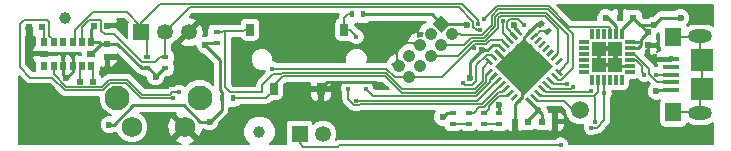
<source format=gbr>
G04 #@! TF.GenerationSoftware,KiCad,Pcbnew,(2016-12-18 revision 3ffa37c)-master*
G04 #@! TF.CreationDate,2017-04-07T22:16:59-07:00*
G04 #@! TF.ProjectId,Pensel,50656E73656C2E6B696361645F706362,rev?*
G04 #@! TF.FileFunction,Copper,L1,Top,Signal*
G04 #@! TF.FilePolarity,Positive*
%FSLAX46Y46*%
G04 Gerber Fmt 4.6, Leading zero omitted, Abs format (unit mm)*
G04 Created by KiCad (PCBNEW (2016-12-18 revision 3ffa37c)-master) date Friday, April 07, 2017 'PMt' 10:16:59 PM*
%MOMM*%
%LPD*%
G01*
G04 APERTURE LIST*
%ADD10C,0.100000*%
%ADD11C,0.150000*%
%ADD12C,0.400000*%
%ADD13C,1.050000*%
%ADD14R,1.350000X0.400000*%
%ADD15R,1.400000X1.600000*%
%ADD16R,1.900000X1.900000*%
%ADD17O,2.000000X1.120000*%
%ADD18R,0.600000X0.400000*%
%ADD19C,0.250000*%
%ADD20C,1.725000*%
%ADD21R,0.500000X0.600000*%
%ADD22C,2.100000*%
%ADD23C,1.750000*%
%ADD24R,0.700000X1.000000*%
%ADD25R,0.600000X0.500000*%
%ADD26R,1.350000X1.350000*%
%ADD27C,1.350000*%
%ADD28R,0.400000X0.600000*%
%ADD29R,0.800000X0.500000*%
%ADD30R,0.500000X0.800000*%
%ADD31R,0.850000X0.300000*%
%ADD32R,0.300000X0.850000*%
%ADD33R,1.300000X1.300000*%
%ADD34C,1.500000*%
%ADD35C,1.000000*%
%ADD36C,0.600000*%
%ADD37C,0.130000*%
%ADD38C,0.260000*%
%ADD39C,0.200000*%
G04 APERTURE END LIST*
D10*
D11*
X107775000Y-139250000D03*
X108475000Y-139250000D03*
X109175000Y-139250000D03*
X109175000Y-139825000D03*
X108475000Y-139825000D03*
X107775000Y-140475000D03*
X107775000Y-139825000D03*
X108475000Y-140475000D03*
X109175000Y-140475000D03*
X66425000Y-141275000D03*
X68800000Y-145200000D03*
X68800000Y-145800000D03*
X60000000Y-144700000D03*
D12*
X94800000Y-140700000D03*
D10*
G36*
X95153553Y-140629289D02*
X94729289Y-141053553D01*
X94446447Y-140770711D01*
X94870711Y-140346447D01*
X95153553Y-140629289D01*
X95153553Y-140629289D01*
G37*
D12*
X95436396Y-141336396D03*
D10*
G36*
X95789949Y-141265685D02*
X95365685Y-141689949D01*
X95082843Y-141407107D01*
X95507107Y-140982843D01*
X95789949Y-141265685D01*
X95789949Y-141265685D01*
G37*
D11*
X83700000Y-140800000D03*
X82700000Y-140800000D03*
X82700000Y-141800000D03*
D13*
X86396051Y-140703949D03*
D10*
G36*
X85653589Y-140703949D02*
X86396051Y-139961487D01*
X87138513Y-140703949D01*
X86396051Y-141446411D01*
X85653589Y-140703949D01*
X85653589Y-140703949D01*
G37*
D13*
X85498025Y-141601975D03*
X84600000Y-142500000D03*
X83701974Y-143398026D03*
X82803949Y-144296051D03*
X86396051Y-142500000D03*
X85498025Y-143398026D03*
X84600000Y-144296051D03*
X83701974Y-145194077D03*
X87294077Y-141601975D03*
D11*
X68900000Y-140600000D03*
X68200000Y-140600000D03*
X67500000Y-140600000D03*
X66800000Y-140600000D03*
X66100000Y-140600000D03*
X66100000Y-140100000D03*
X66800000Y-140100000D03*
X67500000Y-140100000D03*
X68200000Y-140100000D03*
X68900000Y-140100000D03*
X69600000Y-140100000D03*
X70400000Y-140100000D03*
X71200000Y-140100000D03*
X72000000Y-140100000D03*
X70000000Y-143100000D03*
X69300000Y-143100000D03*
X69300000Y-143700000D03*
X70000000Y-143700000D03*
X59000000Y-143600000D03*
X64100000Y-143100000D03*
X64700000Y-143100000D03*
X65300000Y-143100000D03*
X66500000Y-143700000D03*
X65900000Y-143700000D03*
X65300000Y-143700000D03*
X64700000Y-143700000D03*
X64100000Y-143700000D03*
X74600000Y-145900000D03*
X73900000Y-145900000D03*
X73200000Y-145900000D03*
X105100000Y-139300000D03*
X102900000Y-145600000D03*
X102400000Y-145600000D03*
X102400000Y-146100000D03*
X102900000Y-146100000D03*
X103400000Y-146100000D03*
X107200000Y-150500000D03*
X107700000Y-150500000D03*
X108200000Y-150500000D03*
X108700000Y-150500000D03*
X109200000Y-150500000D03*
X109200000Y-150000000D03*
X108700000Y-150000000D03*
X108200000Y-150000000D03*
X107700000Y-150000000D03*
X107200000Y-150000000D03*
X107200000Y-149500000D03*
X107700000Y-149500000D03*
X73900000Y-140100000D03*
X72900000Y-140100000D03*
X73900000Y-140700000D03*
X81700000Y-140800000D03*
X80700000Y-140800000D03*
X81700000Y-141800000D03*
X80700000Y-141800000D03*
X81700000Y-142800000D03*
X80700000Y-142800000D03*
X81700000Y-143800000D03*
X80700000Y-143800000D03*
X72900000Y-143700000D03*
X72900000Y-140700000D03*
X75900000Y-142700000D03*
X74900000Y-142700000D03*
X73900000Y-142700000D03*
X72900000Y-142700000D03*
X76900000Y-143700000D03*
X75900000Y-143700000D03*
X74900000Y-143700000D03*
X73900000Y-143700000D03*
X51900000Y-143300000D03*
X51900000Y-142600000D03*
X51900000Y-142100000D03*
X51400000Y-142100000D03*
X51400000Y-142600000D03*
X51400000Y-143100000D03*
X51400000Y-143600000D03*
X60500000Y-144900000D03*
X97600000Y-139700000D03*
X98100000Y-139700000D03*
X98600000Y-139700000D03*
X99100000Y-139700000D03*
X99100000Y-140200000D03*
X98600000Y-140200000D03*
X98100000Y-140200000D03*
X97600000Y-140200000D03*
X104300000Y-139300000D03*
X103500000Y-139300000D03*
X102700000Y-139300000D03*
X101900000Y-139300000D03*
X94100000Y-143100000D03*
X93700000Y-143100000D03*
X93300000Y-143100000D03*
X92900000Y-143100000D03*
X92100000Y-143500000D03*
X92500000Y-143500000D03*
X92900000Y-143500000D03*
X93300000Y-143500000D03*
X93700000Y-143500000D03*
X94100000Y-143500000D03*
X94500000Y-143500000D03*
X94900000Y-143900000D03*
X94500000Y-143900000D03*
X94100000Y-143900000D03*
X93700000Y-143900000D03*
X93300000Y-143900000D03*
X92900000Y-143900000D03*
X92500000Y-143900000D03*
X92100000Y-143900000D03*
X91700000Y-143900000D03*
X101400000Y-143700000D03*
X101000000Y-143700000D03*
X100600000Y-143700000D03*
X100200000Y-143700000D03*
X99800000Y-143700000D03*
X99400000Y-143700000D03*
X99400000Y-144100000D03*
X99800000Y-144100000D03*
X100200000Y-144100000D03*
X100600000Y-144100000D03*
X101000000Y-144100000D03*
X101400000Y-144100000D03*
X101400000Y-144500000D03*
X101000000Y-144500000D03*
X100600000Y-144500000D03*
X100200000Y-144500000D03*
X99800000Y-144500000D03*
X99400000Y-144500000D03*
X109200000Y-149500000D03*
X108700000Y-149500000D03*
X108200000Y-149500000D03*
D14*
X105825000Y-143700000D03*
X105825000Y-144350000D03*
X105825000Y-146300000D03*
X105825000Y-145650000D03*
D15*
X106050000Y-148200000D03*
D16*
X108500000Y-146200000D03*
D17*
X108300000Y-148255000D03*
X108300000Y-141745000D03*
D16*
X108500000Y-143800000D03*
D15*
X106050000Y-141800000D03*
D14*
X105825000Y-145000000D03*
D18*
X91300000Y-149150000D03*
X91300000Y-148250000D03*
D19*
X92940381Y-141365507D03*
D10*
G36*
X92604505Y-141206408D02*
X92781282Y-141029631D01*
X93276257Y-141524606D01*
X93099480Y-141701383D01*
X92604505Y-141206408D01*
X92604505Y-141206408D01*
G37*
D19*
X92586827Y-141719060D03*
D10*
G36*
X92250951Y-141559961D02*
X92427728Y-141383184D01*
X92922703Y-141878159D01*
X92745926Y-142054936D01*
X92250951Y-141559961D01*
X92250951Y-141559961D01*
G37*
D19*
X92233274Y-142072614D03*
D10*
G36*
X91897398Y-141913515D02*
X92074175Y-141736738D01*
X92569150Y-142231713D01*
X92392373Y-142408490D01*
X91897398Y-141913515D01*
X91897398Y-141913515D01*
G37*
D19*
X91879720Y-142426167D03*
D10*
G36*
X91543844Y-142267068D02*
X91720621Y-142090291D01*
X92215596Y-142585266D01*
X92038819Y-142762043D01*
X91543844Y-142267068D01*
X91543844Y-142267068D01*
G37*
D19*
X91526167Y-142779720D03*
D10*
G36*
X91190291Y-142620621D02*
X91367068Y-142443844D01*
X91862043Y-142938819D01*
X91685266Y-143115596D01*
X91190291Y-142620621D01*
X91190291Y-142620621D01*
G37*
D19*
X91172614Y-143133274D03*
D10*
G36*
X90836738Y-142974175D02*
X91013515Y-142797398D01*
X91508490Y-143292373D01*
X91331713Y-143469150D01*
X90836738Y-142974175D01*
X90836738Y-142974175D01*
G37*
D19*
X90819060Y-143486827D03*
D10*
G36*
X90483184Y-143327728D02*
X90659961Y-143150951D01*
X91154936Y-143645926D01*
X90978159Y-143822703D01*
X90483184Y-143327728D01*
X90483184Y-143327728D01*
G37*
D19*
X90465507Y-143840381D03*
D10*
G36*
X90129631Y-143681282D02*
X90306408Y-143504505D01*
X90801383Y-143999480D01*
X90624606Y-144176257D01*
X90129631Y-143681282D01*
X90129631Y-143681282D01*
G37*
D19*
X90465507Y-144759619D03*
D10*
G36*
X90306408Y-145095495D02*
X90129631Y-144918718D01*
X90624606Y-144423743D01*
X90801383Y-144600520D01*
X90306408Y-145095495D01*
X90306408Y-145095495D01*
G37*
D19*
X90819060Y-145113173D03*
D10*
G36*
X90659961Y-145449049D02*
X90483184Y-145272272D01*
X90978159Y-144777297D01*
X91154936Y-144954074D01*
X90659961Y-145449049D01*
X90659961Y-145449049D01*
G37*
D19*
X91172614Y-145466726D03*
D10*
G36*
X91013515Y-145802602D02*
X90836738Y-145625825D01*
X91331713Y-145130850D01*
X91508490Y-145307627D01*
X91013515Y-145802602D01*
X91013515Y-145802602D01*
G37*
D19*
X91526167Y-145820280D03*
D10*
G36*
X91367068Y-146156156D02*
X91190291Y-145979379D01*
X91685266Y-145484404D01*
X91862043Y-145661181D01*
X91367068Y-146156156D01*
X91367068Y-146156156D01*
G37*
D19*
X91879720Y-146173833D03*
D10*
G36*
X91720621Y-146509709D02*
X91543844Y-146332932D01*
X92038819Y-145837957D01*
X92215596Y-146014734D01*
X91720621Y-146509709D01*
X91720621Y-146509709D01*
G37*
D19*
X92233274Y-146527386D03*
D10*
G36*
X92074175Y-146863262D02*
X91897398Y-146686485D01*
X92392373Y-146191510D01*
X92569150Y-146368287D01*
X92074175Y-146863262D01*
X92074175Y-146863262D01*
G37*
D19*
X92586827Y-146880940D03*
D10*
G36*
X92427728Y-147216816D02*
X92250951Y-147040039D01*
X92745926Y-146545064D01*
X92922703Y-146721841D01*
X92427728Y-147216816D01*
X92427728Y-147216816D01*
G37*
D19*
X92940381Y-147234493D03*
D10*
G36*
X92781282Y-147570369D02*
X92604505Y-147393592D01*
X93099480Y-146898617D01*
X93276257Y-147075394D01*
X92781282Y-147570369D01*
X92781282Y-147570369D01*
G37*
D19*
X93859619Y-147234493D03*
D10*
G36*
X93523743Y-147075394D02*
X93700520Y-146898617D01*
X94195495Y-147393592D01*
X94018718Y-147570369D01*
X93523743Y-147075394D01*
X93523743Y-147075394D01*
G37*
D19*
X94213173Y-146880940D03*
D10*
G36*
X93877297Y-146721841D02*
X94054074Y-146545064D01*
X94549049Y-147040039D01*
X94372272Y-147216816D01*
X93877297Y-146721841D01*
X93877297Y-146721841D01*
G37*
D19*
X94566726Y-146527386D03*
D10*
G36*
X94230850Y-146368287D02*
X94407627Y-146191510D01*
X94902602Y-146686485D01*
X94725825Y-146863262D01*
X94230850Y-146368287D01*
X94230850Y-146368287D01*
G37*
D19*
X94920280Y-146173833D03*
D10*
G36*
X94584404Y-146014734D02*
X94761181Y-145837957D01*
X95256156Y-146332932D01*
X95079379Y-146509709D01*
X94584404Y-146014734D01*
X94584404Y-146014734D01*
G37*
D19*
X95273833Y-145820280D03*
D10*
G36*
X94937957Y-145661181D02*
X95114734Y-145484404D01*
X95609709Y-145979379D01*
X95432932Y-146156156D01*
X94937957Y-145661181D01*
X94937957Y-145661181D01*
G37*
D19*
X95627386Y-145466726D03*
D10*
G36*
X95291510Y-145307627D02*
X95468287Y-145130850D01*
X95963262Y-145625825D01*
X95786485Y-145802602D01*
X95291510Y-145307627D01*
X95291510Y-145307627D01*
G37*
D19*
X95980940Y-145113173D03*
D10*
G36*
X95645064Y-144954074D02*
X95821841Y-144777297D01*
X96316816Y-145272272D01*
X96140039Y-145449049D01*
X95645064Y-144954074D01*
X95645064Y-144954074D01*
G37*
D19*
X96334493Y-144759619D03*
D10*
G36*
X95998617Y-144600520D02*
X96175394Y-144423743D01*
X96670369Y-144918718D01*
X96493592Y-145095495D01*
X95998617Y-144600520D01*
X95998617Y-144600520D01*
G37*
D19*
X96334493Y-143840381D03*
D10*
G36*
X96175394Y-144176257D02*
X95998617Y-143999480D01*
X96493592Y-143504505D01*
X96670369Y-143681282D01*
X96175394Y-144176257D01*
X96175394Y-144176257D01*
G37*
D19*
X95980940Y-143486827D03*
D10*
G36*
X95821841Y-143822703D02*
X95645064Y-143645926D01*
X96140039Y-143150951D01*
X96316816Y-143327728D01*
X95821841Y-143822703D01*
X95821841Y-143822703D01*
G37*
D19*
X95627386Y-143133274D03*
D10*
G36*
X95468287Y-143469150D02*
X95291510Y-143292373D01*
X95786485Y-142797398D01*
X95963262Y-142974175D01*
X95468287Y-143469150D01*
X95468287Y-143469150D01*
G37*
D19*
X95273833Y-142779720D03*
D10*
G36*
X95114734Y-143115596D02*
X94937957Y-142938819D01*
X95432932Y-142443844D01*
X95609709Y-142620621D01*
X95114734Y-143115596D01*
X95114734Y-143115596D01*
G37*
D19*
X94920280Y-142426167D03*
D10*
G36*
X94761181Y-142762043D02*
X94584404Y-142585266D01*
X95079379Y-142090291D01*
X95256156Y-142267068D01*
X94761181Y-142762043D01*
X94761181Y-142762043D01*
G37*
D19*
X94566726Y-142072614D03*
D10*
G36*
X94407627Y-142408490D02*
X94230850Y-142231713D01*
X94725825Y-141736738D01*
X94902602Y-141913515D01*
X94407627Y-142408490D01*
X94407627Y-142408490D01*
G37*
D19*
X94213173Y-141719060D03*
D10*
G36*
X94054074Y-142054936D02*
X93877297Y-141878159D01*
X94372272Y-141383184D01*
X94549049Y-141559961D01*
X94054074Y-142054936D01*
X94054074Y-142054936D01*
G37*
D19*
X93859619Y-141365507D03*
D10*
G36*
X93700520Y-141701383D02*
X93523743Y-141524606D01*
X94018718Y-141029631D01*
X94195495Y-141206408D01*
X93700520Y-141701383D01*
X93700520Y-141701383D01*
G37*
D20*
X93400000Y-145519759D03*
D10*
G36*
X92180241Y-145519759D02*
X93400000Y-144300000D01*
X94619759Y-145519759D01*
X93400000Y-146739518D01*
X92180241Y-145519759D01*
X92180241Y-145519759D01*
G37*
D20*
X94619759Y-144300000D03*
D10*
G36*
X93400000Y-144300000D02*
X94619759Y-143080241D01*
X95839518Y-144300000D01*
X94619759Y-145519759D01*
X93400000Y-144300000D01*
X93400000Y-144300000D01*
G37*
D20*
X92180241Y-144300000D03*
D10*
G36*
X90960482Y-144300000D02*
X92180241Y-143080241D01*
X93400000Y-144300000D01*
X92180241Y-145519759D01*
X90960482Y-144300000D01*
X90960482Y-144300000D01*
G37*
D20*
X93400000Y-143080241D03*
D10*
G36*
X92180241Y-143080241D02*
X93400000Y-141860482D01*
X94619759Y-143080241D01*
X93400000Y-144300000D01*
X92180241Y-143080241D01*
X92180241Y-143080241D01*
G37*
D18*
X87400000Y-148250000D03*
X87400000Y-149150000D03*
D21*
X103886000Y-141436000D03*
X103886000Y-142536000D03*
D22*
X58940000Y-146960000D03*
D23*
X60200000Y-149450000D03*
X64700000Y-149450000D03*
D22*
X65950000Y-146960000D03*
D24*
X72200000Y-146200000D03*
X70200000Y-141200000D03*
X76200000Y-146200000D03*
X78200000Y-141200000D03*
D21*
X58125000Y-143500000D03*
X58125000Y-142400000D03*
D25*
X51450000Y-141000000D03*
X52550000Y-141000000D03*
X58125000Y-140850000D03*
X57025000Y-140850000D03*
X56900000Y-145625000D03*
X55800000Y-145625000D03*
X93750000Y-149000000D03*
X92650000Y-149000000D03*
X102658000Y-140208000D03*
X101558000Y-140208000D03*
D18*
X88700000Y-148250000D03*
X88700000Y-149150000D03*
X90000000Y-149150000D03*
X90000000Y-148250000D03*
D26*
X61000000Y-141400000D03*
D27*
X63000000Y-141400000D03*
X65000000Y-141400000D03*
D18*
X61500000Y-143550000D03*
X61500000Y-144450000D03*
X63000000Y-144450000D03*
X63000000Y-143550000D03*
X67400000Y-142300000D03*
X67400000Y-141400000D03*
D28*
X68750000Y-147000000D03*
X67850000Y-147000000D03*
X78850000Y-139900000D03*
X79750000Y-139900000D03*
D29*
X56775000Y-143250000D03*
X52775000Y-143250000D03*
D30*
X56775000Y-144250000D03*
X55975000Y-144250000D03*
X55175000Y-144250000D03*
X54375000Y-144250000D03*
X53575000Y-144250000D03*
X52775000Y-144250000D03*
X52775000Y-142250000D03*
X53575000Y-142250000D03*
X54375000Y-142250000D03*
X55175000Y-142250000D03*
X55975000Y-142250000D03*
X56775000Y-142250000D03*
D31*
X102390000Y-144750000D03*
X102390000Y-144250000D03*
X102390000Y-143750000D03*
X102390000Y-143250000D03*
X102390000Y-142750000D03*
X102390000Y-142250000D03*
D32*
X101690000Y-141550000D03*
X101190000Y-141550000D03*
X100690000Y-141550000D03*
X100190000Y-141550000D03*
X99690000Y-141550000D03*
X99190000Y-141550000D03*
D31*
X98490000Y-142250000D03*
X98490000Y-142750000D03*
X98490000Y-143250000D03*
X98490000Y-143750000D03*
X98490000Y-144250000D03*
X98490000Y-144750000D03*
D32*
X99190000Y-145450000D03*
X99690000Y-145450000D03*
X100190000Y-145450000D03*
X100690000Y-145450000D03*
X101190000Y-145450000D03*
X101690000Y-145450000D03*
D33*
X99790000Y-142850000D03*
X99790000Y-144150000D03*
X101090000Y-142850000D03*
X101090000Y-144150000D03*
D25*
X94900000Y-149000000D03*
X96000000Y-149000000D03*
D34*
X98100000Y-148000000D03*
D35*
X54500000Y-140200000D03*
X71000000Y-149850000D03*
D26*
X74400000Y-150000000D03*
D27*
X76400000Y-150000000D03*
D12*
X90000000Y-140300000D03*
X72100000Y-144500000D03*
X89154000Y-142748000D03*
D36*
X81100000Y-145900000D03*
X59300000Y-140800000D03*
X104394000Y-143764000D03*
X54650000Y-145275000D03*
X66399998Y-142500000D03*
X91300000Y-147600000D03*
X86500000Y-148600000D03*
X88569998Y-140835010D03*
X89838164Y-142939420D03*
X92517669Y-140803861D03*
X94600000Y-148000000D03*
X106680000Y-140208000D03*
X104394000Y-140808010D03*
X88823191Y-145281447D03*
X58300000Y-149250000D03*
X66800000Y-149000000D03*
X62200000Y-145200000D03*
D12*
X78500000Y-146184968D03*
X79200000Y-147200000D03*
D36*
X104600000Y-146400000D03*
X100330000Y-140208000D03*
D12*
X80000000Y-146200012D03*
X79200000Y-141800000D03*
X89500000Y-140700000D03*
X93400000Y-140800000D03*
X89674025Y-141229375D03*
X91600000Y-140500000D03*
X88200000Y-145700000D03*
X96500000Y-150945010D03*
X99450000Y-149050000D03*
X99082649Y-149502897D03*
X99100000Y-146400000D03*
X100200000Y-146600000D03*
X103600000Y-145000000D03*
X104600000Y-145000000D03*
X64200000Y-146500000D03*
X97536000Y-146050000D03*
X63700000Y-147004990D03*
X97028000Y-145796000D03*
D37*
X83701974Y-145194077D02*
X82444077Y-145194077D01*
X82444077Y-145194077D02*
X81750000Y-144500000D01*
X81750000Y-144500000D02*
X72100000Y-144500000D01*
X88900000Y-142758196D02*
X86464119Y-145194077D01*
X84444436Y-145194077D02*
X83701974Y-145194077D01*
X86464119Y-145194077D02*
X84444436Y-145194077D01*
X90199999Y-140100001D02*
X90000000Y-140300000D01*
X91075046Y-139224954D02*
X90199999Y-140100001D01*
X95517664Y-139224954D02*
X91075046Y-139224954D01*
X100624999Y-140929999D02*
X97222709Y-140929999D01*
X97222709Y-140929999D02*
X95517664Y-139224954D01*
X100690000Y-141550000D02*
X100690000Y-140995000D01*
X100690000Y-140995000D02*
X100624999Y-140929999D01*
X90491101Y-142100035D02*
X90186727Y-142404410D01*
X91879720Y-142426167D02*
X91553588Y-142100035D01*
X90186727Y-142404410D02*
X89253786Y-142404410D01*
X91553588Y-142100035D02*
X90491101Y-142100035D01*
X89253786Y-142404410D02*
X88900000Y-142758196D01*
X89154000Y-142748000D02*
X89143804Y-142758196D01*
X89143804Y-142758196D02*
X88900000Y-142758196D01*
D38*
X73755032Y-146144968D02*
X75775736Y-146144968D01*
X76499999Y-145844969D02*
X76200000Y-146144968D01*
X76744967Y-145600001D02*
X76499999Y-145844969D01*
X80800001Y-145600001D02*
X76744967Y-145600001D01*
X81100000Y-145900000D02*
X80800001Y-145600001D01*
X75775736Y-146144968D02*
X76200000Y-146144968D01*
X94800000Y-140700000D02*
X94525126Y-140700000D01*
X94525126Y-140700000D02*
X93859619Y-141365507D01*
X58125000Y-140850000D02*
X59250000Y-140850000D01*
X59250000Y-140850000D02*
X59300000Y-140800000D01*
X104394000Y-143764000D02*
X105761000Y-143764000D01*
X105761000Y-143764000D02*
X105825000Y-143700000D01*
X103886000Y-142536000D02*
X103886000Y-143256000D01*
X103886000Y-143256000D02*
X104394000Y-143764000D01*
X105825000Y-143700000D02*
X104584000Y-143700000D01*
X102390000Y-144250000D02*
X101190000Y-144250000D01*
X101190000Y-144250000D02*
X101090000Y-144150000D01*
X51650000Y-141000000D02*
X51650000Y-142575000D01*
X54375000Y-143590000D02*
X54375000Y-143225000D01*
X54375000Y-144250000D02*
X54375000Y-143590000D01*
X55200000Y-143565000D02*
X55200000Y-143225000D01*
X55175000Y-144250000D02*
X55175000Y-143590000D01*
X55175000Y-143590000D02*
X55200000Y-143565000D01*
X55175000Y-144250000D02*
X55175000Y-144750000D01*
X55175000Y-144750000D02*
X54650000Y-145275000D01*
X54375000Y-144250000D02*
X54375000Y-145000000D01*
X54375000Y-145000000D02*
X54650000Y-145275000D01*
X92650000Y-149000000D02*
X92650000Y-147524874D01*
X92650000Y-147524874D02*
X92940381Y-147234493D01*
X93859619Y-141365507D02*
X93859619Y-141424426D01*
X93859619Y-141424426D02*
X93400000Y-141884045D01*
X93400000Y-141884045D02*
X93400000Y-143080241D01*
X93859619Y-141365507D02*
X93859619Y-141253985D01*
X91172614Y-143133274D02*
X91800170Y-143760830D01*
X91800170Y-143760830D02*
X92089170Y-143760830D01*
X92089170Y-143760830D02*
X92525001Y-143324999D01*
X92525001Y-143324999D02*
X92600000Y-143250000D01*
X92940381Y-147234493D02*
X93258578Y-146916296D01*
X93258578Y-146916296D02*
X93258578Y-145661181D01*
X93258578Y-145661181D02*
X93400000Y-145519759D01*
X67850000Y-147000000D02*
X67850000Y-146440000D01*
X67850000Y-146440000D02*
X67700000Y-146290000D01*
X67700000Y-146290000D02*
X67700000Y-143800002D01*
X67700000Y-143800002D02*
X66699997Y-142799999D01*
X66699997Y-142799999D02*
X66399998Y-142500000D01*
X66599998Y-142300000D02*
X66399998Y-142500000D01*
X67400000Y-142300000D02*
X66599998Y-142300000D01*
X91300000Y-148250000D02*
X91300000Y-147600000D01*
X86500000Y-148590000D02*
X86500000Y-148600000D01*
X86840000Y-148250000D02*
X86500000Y-148590000D01*
X87400000Y-148250000D02*
X86840000Y-148250000D01*
X88438937Y-140703949D02*
X88569998Y-140835010D01*
X86396051Y-140703949D02*
X88438937Y-140703949D01*
X90736802Y-142465046D02*
X90262428Y-142939420D01*
X90262428Y-142939420D02*
X89838164Y-142939420D01*
X91526167Y-142779720D02*
X91211493Y-142465046D01*
X88823191Y-145281447D02*
X88823191Y-143954393D01*
X91211493Y-142465046D02*
X90736802Y-142465046D01*
X89538165Y-143239419D02*
X89838164Y-142939420D01*
X88823191Y-143954393D02*
X89538165Y-143239419D01*
X92940381Y-141365507D02*
X92517669Y-140942795D01*
X92517669Y-140942795D02*
X92517669Y-140803861D01*
X94900000Y-149000000D02*
X94900000Y-148300000D01*
X94900000Y-148300000D02*
X94600000Y-148000000D01*
X94600000Y-148000000D02*
X94600000Y-147974874D01*
X94600000Y-147974874D02*
X93859619Y-147234493D01*
X93750000Y-149000000D02*
X93750000Y-148850000D01*
X93750000Y-148850000D02*
X94600000Y-148000000D01*
X66800000Y-149000000D02*
X65991998Y-149000000D01*
X65991998Y-149000000D02*
X64591998Y-147600000D01*
X64591998Y-147600000D02*
X60298002Y-147600000D01*
X60298002Y-147600000D02*
X58648002Y-149250000D01*
X58648002Y-149250000D02*
X58300000Y-149250000D01*
X104994010Y-140208000D02*
X106255736Y-140208000D01*
X106255736Y-140208000D02*
X106680000Y-140208000D01*
X104394000Y-140808010D02*
X104994010Y-140208000D01*
X103335999Y-142489001D02*
X103335999Y-142250000D01*
X102390000Y-142250000D02*
X103335999Y-142250000D01*
X103335999Y-142250000D02*
X103335999Y-141995999D01*
X103378000Y-141953998D02*
X103378000Y-141944000D01*
X103378000Y-141944000D02*
X103886000Y-141436000D01*
X103335999Y-141995999D02*
X103378000Y-141953998D01*
X102390000Y-142750000D02*
X103075000Y-142750000D01*
X103075000Y-142750000D02*
X103335999Y-142489001D01*
X103335999Y-142489001D02*
X103335999Y-142451999D01*
X103969736Y-140808010D02*
X104394000Y-140808010D01*
X103166000Y-140716000D02*
X103258010Y-140808010D01*
X103258010Y-140808010D02*
X103969736Y-140808010D01*
X103166000Y-140716000D02*
X102658000Y-140208000D01*
X103886000Y-141436000D02*
X103166000Y-140716000D01*
X101690000Y-141550000D02*
X101690000Y-141176000D01*
X101690000Y-141176000D02*
X102658000Y-140208000D01*
X58125000Y-142400000D02*
X58980000Y-142400000D01*
X58980000Y-142400000D02*
X61030000Y-144450000D01*
X61030000Y-144450000D02*
X61500000Y-144450000D01*
X57625000Y-142400000D02*
X57475000Y-142250000D01*
X57475000Y-142250000D02*
X56775000Y-142250000D01*
X56775000Y-142250000D02*
X56775000Y-141100000D01*
X56775000Y-141100000D02*
X57025000Y-140850000D01*
X58125000Y-142400000D02*
X57625000Y-142400000D01*
X57625000Y-142400000D02*
X56775000Y-143250000D01*
X85592102Y-139900000D02*
X86396051Y-140703949D01*
X79750000Y-139900000D02*
X85592102Y-139900000D01*
X66800000Y-149000000D02*
X67800000Y-148000000D01*
X67800000Y-148000000D02*
X67800000Y-147050000D01*
X67800000Y-147050000D02*
X67850000Y-147000000D01*
X62200000Y-145150000D02*
X62200000Y-145200000D01*
X62900000Y-144450000D02*
X62200000Y-145150000D01*
X62200000Y-145050000D02*
X62200000Y-145200000D01*
X63000000Y-144450000D02*
X62900000Y-144450000D01*
X61600000Y-144450000D02*
X62200000Y-145050000D01*
X61500000Y-144450000D02*
X61600000Y-144450000D01*
D37*
X78500000Y-147084602D02*
X78500000Y-146467810D01*
X89851446Y-147495001D02*
X79489601Y-147495001D01*
X78500000Y-146467810D02*
X78500000Y-146184968D01*
X79389601Y-147595001D02*
X79010399Y-147595001D01*
X79010399Y-147595001D02*
X78500000Y-147084602D01*
X91526167Y-145820280D02*
X89851446Y-147495001D01*
X79489601Y-147495001D02*
X79389601Y-147595001D01*
X89439340Y-147200000D02*
X79482842Y-147200000D01*
X91172614Y-145466726D02*
X89439340Y-147200000D01*
X79482842Y-147200000D02*
X79200000Y-147200000D01*
D38*
X104700000Y-146300000D02*
X104600000Y-146400000D01*
X105825000Y-146300000D02*
X104700000Y-146300000D01*
X100533000Y-140208000D02*
X100330000Y-140208000D01*
X101190000Y-140865000D02*
X100533000Y-140208000D01*
X101190000Y-141550000D02*
X101190000Y-140865000D01*
D37*
X89619989Y-147760011D02*
X89980474Y-147760011D01*
X88700000Y-148250000D02*
X89130000Y-148250000D01*
X89980474Y-147760011D02*
X91248455Y-146492030D01*
X91561523Y-146492030D02*
X91879720Y-146173833D01*
X91248455Y-146492030D02*
X91561523Y-146492030D01*
X89130000Y-148250000D02*
X89619989Y-147760011D01*
X88700000Y-149150000D02*
X87400000Y-149150000D01*
X91300000Y-149150000D02*
X90000000Y-149150000D01*
X90000000Y-148250000D02*
X90100000Y-148250000D01*
X90100000Y-148250000D02*
X90430000Y-147920000D01*
X90430000Y-147678196D02*
X91262613Y-146845583D01*
X90430000Y-147920000D02*
X90430000Y-147678196D01*
X91262613Y-146845583D02*
X91915077Y-146845583D01*
X91915077Y-146845583D02*
X92233274Y-146527386D01*
X80199999Y-146400011D02*
X80000000Y-146200012D01*
X90500863Y-145666848D02*
X89337733Y-146829978D01*
X80629966Y-146829978D02*
X80199999Y-146400011D01*
X89337733Y-146829978D02*
X80629966Y-146829978D01*
X90819060Y-145113173D02*
X90500863Y-145431370D01*
X90500863Y-145431370D02*
X90500863Y-145666848D01*
X79200000Y-141720000D02*
X79200000Y-141800000D01*
X78680000Y-141200000D02*
X79200000Y-141720000D01*
X78200000Y-141200000D02*
X78680000Y-141200000D01*
X78200000Y-141200000D02*
X78200000Y-140220000D01*
X78200000Y-140220000D02*
X78520000Y-139900000D01*
X78520000Y-139900000D02*
X78850000Y-139900000D01*
X72200000Y-145900000D02*
X72200000Y-146200000D01*
X89230033Y-146569967D02*
X83069967Y-146569967D01*
X90465507Y-144759619D02*
X90147310Y-145077816D01*
X90147310Y-145077816D02*
X90147310Y-145652690D01*
X90147310Y-145652690D02*
X89230033Y-146569967D01*
X83069967Y-146569967D02*
X81600000Y-145100000D01*
X81600000Y-145100000D02*
X73000000Y-145100000D01*
X73000000Y-145100000D02*
X72200000Y-145900000D01*
X68750000Y-147000000D02*
X71550000Y-147000000D01*
X72200000Y-146350000D02*
X72200000Y-146200000D01*
X71550000Y-147000000D02*
X72200000Y-146350000D01*
X68200000Y-141300000D02*
X68075000Y-141425000D01*
X81707700Y-144839989D02*
X83047690Y-146179980D01*
X68075000Y-141425000D02*
X68075000Y-146075000D01*
X68075000Y-146075000D02*
X68500000Y-146500000D01*
X89887300Y-144418588D02*
X90465507Y-143840381D01*
X68500000Y-146500000D02*
X71200000Y-146500000D01*
X71200000Y-146500000D02*
X71200000Y-145900000D01*
X71200000Y-145900000D02*
X72160011Y-144939989D01*
X83047690Y-146179980D02*
X89220020Y-146179980D01*
X72160011Y-144939989D02*
X72792300Y-144939989D01*
X72792300Y-144939989D02*
X72892300Y-144839989D01*
X72892300Y-144839989D02*
X81707700Y-144839989D01*
X89220020Y-146179980D02*
X89887299Y-145512701D01*
X89887299Y-145512701D02*
X89887300Y-144418588D01*
X68200000Y-141300000D02*
X69600000Y-141300000D01*
X69600000Y-141300000D02*
X69700000Y-141200000D01*
X69700000Y-141200000D02*
X70200000Y-141200000D01*
X67400000Y-141400000D02*
X67830000Y-141400000D01*
X67830000Y-141400000D02*
X67930000Y-141300000D01*
X67930000Y-141300000D02*
X68200000Y-141300000D01*
X70200000Y-141200000D02*
X70100000Y-141300000D01*
X67500000Y-141300000D02*
X67400000Y-141400000D01*
X61000000Y-140595000D02*
X62545000Y-139050000D01*
X88132842Y-139050000D02*
X89500000Y-140417158D01*
X61000000Y-141400000D02*
X61000000Y-140595000D01*
X89500000Y-140417158D02*
X89500000Y-140700000D01*
X62545000Y-139050000D02*
X88132842Y-139050000D01*
X91964998Y-140719606D02*
X91995002Y-140689602D01*
X91995002Y-140513194D02*
X92243198Y-140264998D01*
X92586827Y-141719060D02*
X91964998Y-141097231D01*
X92243198Y-140264998D02*
X92864998Y-140264998D01*
X91964998Y-141097231D02*
X91964998Y-140719606D01*
X91995002Y-140689602D02*
X91995002Y-140513194D01*
X93200001Y-140600001D02*
X93400000Y-140800000D01*
X92864998Y-140264998D02*
X93200001Y-140600001D01*
X55175000Y-142250000D02*
X55400000Y-142025000D01*
X55400000Y-142025000D02*
X55400000Y-141200000D01*
X61000000Y-140975000D02*
X61000000Y-141400000D01*
X55400000Y-141200000D02*
X56875000Y-139725000D01*
X56875000Y-139725000D02*
X59750000Y-139725000D01*
X59750000Y-139725000D02*
X61000000Y-140975000D01*
X61500000Y-143550000D02*
X61500000Y-141900000D01*
X61500000Y-141900000D02*
X61000000Y-141400000D01*
X55975000Y-142250000D02*
X55975000Y-140992710D01*
X55975000Y-140992710D02*
X56602711Y-140364999D01*
X56602711Y-140364999D02*
X57513001Y-140364999D01*
X57513001Y-140364999D02*
X57589999Y-140441997D01*
X57589999Y-140441997D02*
X57589999Y-141288001D01*
X57589999Y-141288001D02*
X57901998Y-141600000D01*
X57901998Y-141600000D02*
X58698998Y-141600000D01*
X61043999Y-143945001D02*
X62174999Y-143945001D01*
X58698998Y-141600000D02*
X61043999Y-143945001D01*
X62174999Y-143945001D02*
X62570000Y-143550000D01*
X62570000Y-143550000D02*
X63000000Y-143550000D01*
X63000000Y-141400000D02*
X65089989Y-139310011D01*
X89104999Y-140510399D02*
X89104999Y-140943191D01*
X87904611Y-139310011D02*
X89104999Y-140510399D01*
X65089989Y-139310011D02*
X87904611Y-139310011D01*
X89391183Y-141229375D02*
X89674025Y-141229375D01*
X89104999Y-140943191D02*
X89391183Y-141229375D01*
X91600000Y-141439340D02*
X91600000Y-140782842D01*
X91600000Y-140782842D02*
X91600000Y-140500000D01*
X92233274Y-142072614D02*
X91600000Y-141439340D01*
X63000000Y-143550000D02*
X63000000Y-141400000D01*
X88982843Y-145899999D02*
X88399999Y-145899999D01*
X89358192Y-145524650D02*
X88982843Y-145899999D01*
X89358192Y-144176934D02*
X89358192Y-145524650D01*
X88399999Y-145899999D02*
X88200000Y-145700000D01*
X90819060Y-143486827D02*
X90641728Y-143309495D01*
X90641728Y-143309495D02*
X90225631Y-143309495D01*
X90225631Y-143309495D02*
X89358192Y-144176934D01*
X89863627Y-141624377D02*
X88058941Y-141624377D01*
X96568630Y-145431370D02*
X97525023Y-144474977D01*
X90673441Y-140018800D02*
X90673441Y-140814563D01*
X97525023Y-141600023D02*
X95409965Y-139484965D01*
X95409965Y-139484965D02*
X91207276Y-139484965D01*
X88036539Y-141601975D02*
X87294077Y-141601975D01*
X96299137Y-145431370D02*
X96568630Y-145431370D01*
X95980940Y-145113173D02*
X96299137Y-145431370D01*
X91207276Y-139484965D02*
X90673441Y-140018800D01*
X90673441Y-140814563D02*
X89863627Y-141624377D01*
X97525023Y-144474977D02*
X97525023Y-141600023D01*
X88058941Y-141624377D02*
X88036539Y-141601975D01*
X97160011Y-143934101D02*
X96493591Y-144600521D01*
X91314976Y-139744976D02*
X95287686Y-139744976D01*
X88325000Y-142500000D02*
X88940612Y-141884388D01*
X86396051Y-142500000D02*
X88325000Y-142500000D01*
X88940612Y-141884388D02*
X89971327Y-141884388D01*
X90933452Y-140126500D02*
X91314976Y-139744976D01*
X96493591Y-144600521D02*
X96334493Y-144759619D01*
X89971327Y-141884388D02*
X90933452Y-140922263D01*
X90933452Y-140922263D02*
X90933452Y-140126500D01*
X95287686Y-139744976D02*
X97160011Y-141617301D01*
X97160011Y-141617301D02*
X97160011Y-143934101D01*
X86240487Y-143398026D02*
X85498025Y-143398026D01*
X87794684Y-143398026D02*
X86240487Y-143398026D01*
X91193463Y-140234200D02*
X91193463Y-141029963D01*
X96299137Y-141124138D02*
X95179986Y-140004987D01*
X89048311Y-142144399D02*
X87794684Y-143398026D01*
X91422676Y-140004987D02*
X91193463Y-140234200D01*
X95980940Y-143486827D02*
X96299137Y-143168630D01*
X95179986Y-140004987D02*
X91422676Y-140004987D01*
X91193463Y-141029963D02*
X90079027Y-142144399D01*
X96299137Y-143168630D02*
X96299137Y-141124138D01*
X90079027Y-142144399D02*
X89048311Y-142144399D01*
X75550000Y-151100000D02*
X77650000Y-151100000D01*
X77650000Y-151100000D02*
X77750000Y-151000000D01*
X77750000Y-151000000D02*
X96445010Y-151000000D01*
X96445010Y-151000000D02*
X96500000Y-150945010D01*
X75450000Y-151100000D02*
X75550000Y-151100000D01*
X74400000Y-150805000D02*
X74695000Y-151100000D01*
X74400000Y-150000000D02*
X74400000Y-150805000D01*
X74695000Y-151100000D02*
X75550000Y-151100000D01*
X99450000Y-148767158D02*
X99450000Y-149050000D01*
X99450000Y-146946166D02*
X99450000Y-148767158D01*
X99349417Y-146845583D02*
X99450000Y-146946166D01*
X99349417Y-146845583D02*
X99690000Y-146505000D01*
X99690000Y-146505000D02*
X99690000Y-145450000D01*
X99349417Y-146845583D02*
X94884923Y-146845583D01*
X94884923Y-146845583D02*
X94566726Y-146527386D01*
X99581707Y-149502897D02*
X99365491Y-149502897D01*
X100200000Y-148884604D02*
X99581707Y-149502897D01*
X100200000Y-146600000D02*
X100200000Y-148884604D01*
X99365491Y-149502897D02*
X99082649Y-149502897D01*
X99007970Y-146492030D02*
X99100000Y-146400000D01*
X95238477Y-146492030D02*
X99007970Y-146492030D01*
X94920280Y-146173833D02*
X95238477Y-146492030D01*
X100200000Y-146600000D02*
X100200000Y-145460000D01*
X100200000Y-145460000D02*
X100190000Y-145450000D01*
X102390000Y-143250000D02*
X102750000Y-143250000D01*
X102750000Y-143250000D02*
X104000000Y-144500000D01*
X104000000Y-144500000D02*
X104000000Y-144984602D01*
X104000000Y-144984602D02*
X104665398Y-145650000D01*
X104665398Y-145650000D02*
X105020000Y-145650000D01*
X105020000Y-145650000D02*
X105825000Y-145650000D01*
X106050000Y-141800000D02*
X108245000Y-141800000D01*
X108245000Y-141800000D02*
X108300000Y-141745000D01*
X108300000Y-141745000D02*
X108300000Y-143600000D01*
X108300000Y-143600000D02*
X108500000Y-143800000D01*
X108500000Y-146200000D02*
X108500000Y-143800000D01*
X108300000Y-148255000D02*
X108300000Y-146400000D01*
X108300000Y-146400000D02*
X108500000Y-146200000D01*
X106050000Y-148200000D02*
X108245000Y-148200000D01*
X108245000Y-148200000D02*
X108300000Y-148255000D01*
X102390000Y-143750000D02*
X102850000Y-143750000D01*
X102850000Y-143750000D02*
X103400000Y-144300000D01*
X103400000Y-144300000D02*
X103400000Y-144800000D01*
X103400000Y-144800000D02*
X103600000Y-145000000D01*
X104600000Y-145000000D02*
X105825000Y-145000000D01*
X56900000Y-145625000D02*
X56900000Y-144375000D01*
X56900000Y-144375000D02*
X56775000Y-144250000D01*
X94394544Y-141719060D02*
X94777208Y-141336396D01*
X94777208Y-141336396D02*
X95436396Y-141336396D01*
X94394544Y-141719060D02*
X94213173Y-141719060D01*
X94213173Y-141719060D02*
X94213173Y-141673223D01*
X52775000Y-142250000D02*
X52775000Y-141025000D01*
X52775000Y-141025000D02*
X52750000Y-141000000D01*
X55800000Y-145625000D02*
X55800000Y-144425000D01*
X55800000Y-144425000D02*
X55975000Y-144250000D01*
X58275000Y-145425000D02*
X57629999Y-146070001D01*
X63620388Y-146500000D02*
X63420388Y-146700000D01*
X53575000Y-144780000D02*
X53575000Y-144250000D01*
X61057699Y-146700000D02*
X59782699Y-145425000D01*
X64200000Y-146500000D02*
X63620388Y-146500000D01*
X59782699Y-145425000D02*
X58275000Y-145425000D01*
X63420388Y-146700000D02*
X61057699Y-146700000D01*
X57629999Y-146070001D02*
X54653199Y-146070001D01*
X54653199Y-146070001D02*
X53575000Y-144991802D01*
X53575000Y-144991802D02*
X53575000Y-144780000D01*
X95273833Y-145820280D02*
X95644554Y-146191001D01*
X95644554Y-146191001D02*
X97394999Y-146191001D01*
X97394999Y-146191001D02*
X97536000Y-146050000D01*
X95451165Y-145997612D02*
X95273833Y-145820280D01*
X95273833Y-145820280D02*
X95328553Y-145875000D01*
X53195000Y-141678998D02*
X53200000Y-141673998D01*
X53195000Y-141720000D02*
X53195000Y-141678998D01*
X60994980Y-147004990D02*
X63417158Y-147004990D01*
X53575000Y-142250000D02*
X53575000Y-142100000D01*
X53575000Y-142100000D02*
X53195000Y-141720000D01*
X53200000Y-141673998D02*
X53200000Y-140548998D01*
X53200000Y-140548998D02*
X53026002Y-140375000D01*
X53026002Y-140375000D02*
X51025000Y-140375000D01*
X50700000Y-144375000D02*
X51576812Y-145251812D01*
X59675000Y-145685010D02*
X60994980Y-147004990D01*
X51025000Y-140375000D02*
X50700000Y-140700000D01*
X50700000Y-140700000D02*
X50700000Y-144375000D01*
X53467302Y-145251812D02*
X54545500Y-146330011D01*
X54545500Y-146330011D02*
X57737698Y-146330011D01*
X51576812Y-145251812D02*
X53467302Y-145251812D01*
X58382699Y-145685010D02*
X59675000Y-145685010D01*
X63417158Y-147004990D02*
X63700000Y-147004990D01*
X57737698Y-146330011D02*
X58382699Y-145685010D01*
X95627386Y-145466726D02*
X95956660Y-145796000D01*
X95956660Y-145796000D02*
X96211201Y-145796000D01*
X96211201Y-145796000D02*
X97028000Y-145796000D01*
X95627386Y-145466726D02*
X95810660Y-145650000D01*
X94213173Y-146880940D02*
X94531370Y-147199137D01*
X94531370Y-147199137D02*
X96799137Y-147199137D01*
X96799137Y-147199137D02*
X97150001Y-147550001D01*
X97150001Y-147550001D02*
X97900000Y-148300000D01*
D39*
G36*
X51171640Y-145656984D02*
X51357534Y-145781195D01*
X51576812Y-145824812D01*
X53229958Y-145824812D01*
X54140328Y-146735183D01*
X54326222Y-146859394D01*
X54545500Y-146903011D01*
X57382049Y-146903011D01*
X57381730Y-147268546D01*
X57618422Y-147841383D01*
X58056312Y-148280038D01*
X58446666Y-148442127D01*
X58139984Y-148441860D01*
X57842903Y-148564611D01*
X57615410Y-148791707D01*
X57492140Y-149088574D01*
X57491860Y-149410016D01*
X57614611Y-149707097D01*
X57841707Y-149934590D01*
X58138574Y-150057860D01*
X58460016Y-150058140D01*
X58757097Y-149935389D01*
X58843530Y-149849107D01*
X58866603Y-149844517D01*
X59026866Y-150232383D01*
X59415570Y-150621767D01*
X59923697Y-150832760D01*
X60473889Y-150833240D01*
X60982383Y-150623134D01*
X61371767Y-150234430D01*
X61582760Y-149726303D01*
X61583176Y-149248598D01*
X63201419Y-149248598D01*
X63238419Y-149837411D01*
X63392565Y-150209553D01*
X63635587Y-150296624D01*
X64482211Y-149450000D01*
X63635587Y-148603376D01*
X63392565Y-148690447D01*
X63201419Y-149248598D01*
X61583176Y-149248598D01*
X61583240Y-149176111D01*
X61373134Y-148667617D01*
X60984430Y-148278233D01*
X60887538Y-148238000D01*
X63906254Y-148238000D01*
X63853376Y-148385587D01*
X64700000Y-149232211D01*
X64714142Y-149218069D01*
X64931931Y-149435858D01*
X64917789Y-149450000D01*
X65764413Y-150296624D01*
X66007435Y-150209553D01*
X66198581Y-149651402D01*
X66197739Y-149638000D01*
X66295198Y-149638000D01*
X66341707Y-149684590D01*
X66638574Y-149807860D01*
X66960016Y-149808140D01*
X67257097Y-149685389D01*
X67484590Y-149458293D01*
X67607860Y-149161426D01*
X67607918Y-149094350D01*
X68251134Y-148451134D01*
X68389435Y-148244152D01*
X68438000Y-148000000D01*
X68438000Y-147795674D01*
X68550000Y-147817952D01*
X68950000Y-147817952D01*
X69148212Y-147778525D01*
X69316247Y-147666247D01*
X69378553Y-147573000D01*
X71550000Y-147573000D01*
X71769278Y-147529383D01*
X71955172Y-147405172D01*
X72142392Y-147217952D01*
X72550000Y-147217952D01*
X72748212Y-147178525D01*
X72916247Y-147066247D01*
X73028525Y-146898212D01*
X73067952Y-146700000D01*
X73067952Y-146506000D01*
X75242000Y-146506000D01*
X75242000Y-146820938D01*
X75334562Y-147044404D01*
X75505595Y-147215437D01*
X75729061Y-147308000D01*
X75894000Y-147308000D01*
X76046000Y-147156000D01*
X76046000Y-146354000D01*
X76354000Y-146354000D01*
X76354000Y-147156000D01*
X76506000Y-147308000D01*
X76670939Y-147308000D01*
X76894405Y-147215437D01*
X77065438Y-147044404D01*
X77158000Y-146820938D01*
X77158000Y-146506000D01*
X77006000Y-146354000D01*
X76354000Y-146354000D01*
X76046000Y-146354000D01*
X75394000Y-146354000D01*
X75242000Y-146506000D01*
X73067952Y-146506000D01*
X73067952Y-145842392D01*
X73237344Y-145673000D01*
X75242000Y-145673000D01*
X75242000Y-145894000D01*
X75394000Y-146046000D01*
X76046000Y-146046000D01*
X76046000Y-146026000D01*
X76354000Y-146026000D01*
X76354000Y-146046000D01*
X77006000Y-146046000D01*
X77158000Y-145894000D01*
X77158000Y-145673000D01*
X78010723Y-145673000D01*
X77900136Y-145783394D01*
X77792123Y-146043520D01*
X77791877Y-146325180D01*
X77899436Y-146585494D01*
X77927000Y-146613106D01*
X77927000Y-147084602D01*
X77970617Y-147303880D01*
X78074211Y-147458918D01*
X78094828Y-147489774D01*
X78605227Y-148000173D01*
X78791121Y-148124384D01*
X79010399Y-148168001D01*
X79389601Y-148168001D01*
X79608879Y-148124384D01*
X79693262Y-148068001D01*
X85889245Y-148068001D01*
X85815410Y-148141707D01*
X85692140Y-148438574D01*
X85691860Y-148760016D01*
X85814611Y-149057097D01*
X86041707Y-149284590D01*
X86338574Y-149407860D01*
X86593601Y-149408082D01*
X86621475Y-149548212D01*
X86733753Y-149716247D01*
X86901788Y-149828525D01*
X87100000Y-149867952D01*
X87700000Y-149867952D01*
X87898212Y-149828525D01*
X88050000Y-149727103D01*
X88201788Y-149828525D01*
X88400000Y-149867952D01*
X89000000Y-149867952D01*
X89198212Y-149828525D01*
X89350000Y-149727103D01*
X89501788Y-149828525D01*
X89700000Y-149867952D01*
X90300000Y-149867952D01*
X90498212Y-149828525D01*
X90650000Y-149727103D01*
X90801788Y-149828525D01*
X91000000Y-149867952D01*
X91600000Y-149867952D01*
X91798212Y-149828525D01*
X91960347Y-149720189D01*
X92005595Y-149765437D01*
X92229061Y-149858000D01*
X92348000Y-149858000D01*
X92500000Y-149706000D01*
X92500000Y-149125000D01*
X92476000Y-149125000D01*
X92476000Y-148875000D01*
X92500000Y-148875000D01*
X92500000Y-148826000D01*
X92800000Y-148826000D01*
X92800000Y-148875000D01*
X92824000Y-148875000D01*
X92824000Y-149125000D01*
X92800000Y-149125000D01*
X92800000Y-149706000D01*
X92952000Y-149858000D01*
X93070939Y-149858000D01*
X93294405Y-149765437D01*
X93318122Y-149741720D01*
X93450000Y-149767952D01*
X94050000Y-149767952D01*
X94248212Y-149728525D01*
X94325000Y-149677217D01*
X94401788Y-149728525D01*
X94600000Y-149767952D01*
X95200000Y-149767952D01*
X95331878Y-149741720D01*
X95355595Y-149765437D01*
X95579061Y-149858000D01*
X95698000Y-149858000D01*
X95850000Y-149706000D01*
X95850000Y-149125000D01*
X96150000Y-149125000D01*
X96150000Y-149706000D01*
X96302000Y-149858000D01*
X96420939Y-149858000D01*
X96644405Y-149765437D01*
X96815438Y-149594404D01*
X96908000Y-149370938D01*
X96908000Y-149277000D01*
X96756000Y-149125000D01*
X96150000Y-149125000D01*
X95850000Y-149125000D01*
X95826000Y-149125000D01*
X95826000Y-148875000D01*
X95850000Y-148875000D01*
X95850000Y-148294000D01*
X96150000Y-148294000D01*
X96150000Y-148875000D01*
X96756000Y-148875000D01*
X96908000Y-148723000D01*
X96908000Y-148629062D01*
X96815438Y-148405596D01*
X96644405Y-148234563D01*
X96420939Y-148142000D01*
X96302000Y-148142000D01*
X96150000Y-148294000D01*
X95850000Y-148294000D01*
X95698000Y-148142000D01*
X95579061Y-148142000D01*
X95512090Y-148169741D01*
X95489435Y-148055848D01*
X95408058Y-147934059D01*
X95408140Y-147839984D01*
X95380106Y-147772137D01*
X96561793Y-147772137D01*
X96841954Y-148052298D01*
X96841782Y-148249134D01*
X97032897Y-148711669D01*
X97386470Y-149065859D01*
X97848670Y-149257781D01*
X98349134Y-149258218D01*
X98431824Y-149224051D01*
X98374772Y-149361449D01*
X98374526Y-149643109D01*
X98482085Y-149903423D01*
X98681075Y-150102761D01*
X98941201Y-150210774D01*
X99222861Y-150211020D01*
X99483175Y-150103461D01*
X99510787Y-150075897D01*
X99581707Y-150075897D01*
X99800985Y-150032280D01*
X99986879Y-149908069D01*
X100605172Y-149289776D01*
X100729383Y-149103882D01*
X100736946Y-149065859D01*
X100773000Y-148884604D01*
X100773000Y-147028391D01*
X100799864Y-147001574D01*
X100907877Y-146741448D01*
X100908123Y-146459788D01*
X100877431Y-146385507D01*
X100940000Y-146373061D01*
X101040000Y-146392952D01*
X101340000Y-146392952D01*
X101440000Y-146373061D01*
X101540000Y-146392952D01*
X101840000Y-146392952D01*
X102038212Y-146353525D01*
X102206247Y-146241247D01*
X102318525Y-146073212D01*
X102357952Y-145875000D01*
X102357952Y-145417952D01*
X102815000Y-145417952D01*
X102992082Y-145382728D01*
X102999436Y-145400526D01*
X103198426Y-145599864D01*
X103458552Y-145707877D01*
X103740212Y-145708123D01*
X103862605Y-145657551D01*
X104031187Y-145826133D01*
X103915410Y-145941707D01*
X103792140Y-146238574D01*
X103791860Y-146560016D01*
X103914611Y-146857097D01*
X104141707Y-147084590D01*
X104438574Y-147207860D01*
X104760016Y-147208140D01*
X104908120Y-147146945D01*
X104871475Y-147201788D01*
X104832048Y-147400000D01*
X104832048Y-149000000D01*
X104871475Y-149198212D01*
X104983753Y-149366247D01*
X105151788Y-149478525D01*
X105350000Y-149517952D01*
X106750000Y-149517952D01*
X106948212Y-149478525D01*
X107116247Y-149366247D01*
X107228525Y-149198212D01*
X107243558Y-149122638D01*
X107421751Y-149241703D01*
X107830457Y-149323000D01*
X108769543Y-149323000D01*
X109178249Y-149241703D01*
X109392000Y-149098879D01*
X109392000Y-150892000D01*
X97208047Y-150892000D01*
X97208123Y-150804798D01*
X97100564Y-150544484D01*
X96901574Y-150345146D01*
X96641448Y-150237133D01*
X96359788Y-150236887D01*
X96099474Y-150344446D01*
X96016776Y-150427000D01*
X77750000Y-150427000D01*
X77530722Y-150470617D01*
X77468157Y-150512422D01*
X77582794Y-150236346D01*
X77583205Y-149765719D01*
X77403483Y-149330760D01*
X77070990Y-148997686D01*
X76636346Y-148817206D01*
X76165719Y-148816795D01*
X75730760Y-148996517D01*
X75561268Y-149165714D01*
X75553525Y-149126788D01*
X75441247Y-148958753D01*
X75273212Y-148846475D01*
X75075000Y-148807048D01*
X73725000Y-148807048D01*
X73526788Y-148846475D01*
X73358753Y-148958753D01*
X73246475Y-149126788D01*
X73207048Y-149325000D01*
X73207048Y-150675000D01*
X73246475Y-150873212D01*
X73259029Y-150892000D01*
X71895346Y-150892000D01*
X72160752Y-150627056D01*
X72369762Y-150123705D01*
X72370237Y-149578686D01*
X72162107Y-149074971D01*
X71777056Y-148689248D01*
X71273705Y-148480238D01*
X70728686Y-148479763D01*
X70224971Y-148687893D01*
X69839248Y-149072944D01*
X69630238Y-149576295D01*
X69629763Y-150121314D01*
X69837893Y-150625029D01*
X70104399Y-150892000D01*
X65134684Y-150892000D01*
X65459553Y-150757435D01*
X65546624Y-150514413D01*
X64700000Y-149667789D01*
X63853376Y-150514413D01*
X63940447Y-150757435D01*
X64333380Y-150892000D01*
X50608000Y-150892000D01*
X50608000Y-145093344D01*
X51171640Y-145656984D01*
X51171640Y-145656984D01*
G37*
X51171640Y-145656984D02*
X51357534Y-145781195D01*
X51576812Y-145824812D01*
X53229958Y-145824812D01*
X54140328Y-146735183D01*
X54326222Y-146859394D01*
X54545500Y-146903011D01*
X57382049Y-146903011D01*
X57381730Y-147268546D01*
X57618422Y-147841383D01*
X58056312Y-148280038D01*
X58446666Y-148442127D01*
X58139984Y-148441860D01*
X57842903Y-148564611D01*
X57615410Y-148791707D01*
X57492140Y-149088574D01*
X57491860Y-149410016D01*
X57614611Y-149707097D01*
X57841707Y-149934590D01*
X58138574Y-150057860D01*
X58460016Y-150058140D01*
X58757097Y-149935389D01*
X58843530Y-149849107D01*
X58866603Y-149844517D01*
X59026866Y-150232383D01*
X59415570Y-150621767D01*
X59923697Y-150832760D01*
X60473889Y-150833240D01*
X60982383Y-150623134D01*
X61371767Y-150234430D01*
X61582760Y-149726303D01*
X61583176Y-149248598D01*
X63201419Y-149248598D01*
X63238419Y-149837411D01*
X63392565Y-150209553D01*
X63635587Y-150296624D01*
X64482211Y-149450000D01*
X63635587Y-148603376D01*
X63392565Y-148690447D01*
X63201419Y-149248598D01*
X61583176Y-149248598D01*
X61583240Y-149176111D01*
X61373134Y-148667617D01*
X60984430Y-148278233D01*
X60887538Y-148238000D01*
X63906254Y-148238000D01*
X63853376Y-148385587D01*
X64700000Y-149232211D01*
X64714142Y-149218069D01*
X64931931Y-149435858D01*
X64917789Y-149450000D01*
X65764413Y-150296624D01*
X66007435Y-150209553D01*
X66198581Y-149651402D01*
X66197739Y-149638000D01*
X66295198Y-149638000D01*
X66341707Y-149684590D01*
X66638574Y-149807860D01*
X66960016Y-149808140D01*
X67257097Y-149685389D01*
X67484590Y-149458293D01*
X67607860Y-149161426D01*
X67607918Y-149094350D01*
X68251134Y-148451134D01*
X68389435Y-148244152D01*
X68438000Y-148000000D01*
X68438000Y-147795674D01*
X68550000Y-147817952D01*
X68950000Y-147817952D01*
X69148212Y-147778525D01*
X69316247Y-147666247D01*
X69378553Y-147573000D01*
X71550000Y-147573000D01*
X71769278Y-147529383D01*
X71955172Y-147405172D01*
X72142392Y-147217952D01*
X72550000Y-147217952D01*
X72748212Y-147178525D01*
X72916247Y-147066247D01*
X73028525Y-146898212D01*
X73067952Y-146700000D01*
X73067952Y-146506000D01*
X75242000Y-146506000D01*
X75242000Y-146820938D01*
X75334562Y-147044404D01*
X75505595Y-147215437D01*
X75729061Y-147308000D01*
X75894000Y-147308000D01*
X76046000Y-147156000D01*
X76046000Y-146354000D01*
X76354000Y-146354000D01*
X76354000Y-147156000D01*
X76506000Y-147308000D01*
X76670939Y-147308000D01*
X76894405Y-147215437D01*
X77065438Y-147044404D01*
X77158000Y-146820938D01*
X77158000Y-146506000D01*
X77006000Y-146354000D01*
X76354000Y-146354000D01*
X76046000Y-146354000D01*
X75394000Y-146354000D01*
X75242000Y-146506000D01*
X73067952Y-146506000D01*
X73067952Y-145842392D01*
X73237344Y-145673000D01*
X75242000Y-145673000D01*
X75242000Y-145894000D01*
X75394000Y-146046000D01*
X76046000Y-146046000D01*
X76046000Y-146026000D01*
X76354000Y-146026000D01*
X76354000Y-146046000D01*
X77006000Y-146046000D01*
X77158000Y-145894000D01*
X77158000Y-145673000D01*
X78010723Y-145673000D01*
X77900136Y-145783394D01*
X77792123Y-146043520D01*
X77791877Y-146325180D01*
X77899436Y-146585494D01*
X77927000Y-146613106D01*
X77927000Y-147084602D01*
X77970617Y-147303880D01*
X78074211Y-147458918D01*
X78094828Y-147489774D01*
X78605227Y-148000173D01*
X78791121Y-148124384D01*
X79010399Y-148168001D01*
X79389601Y-148168001D01*
X79608879Y-148124384D01*
X79693262Y-148068001D01*
X85889245Y-148068001D01*
X85815410Y-148141707D01*
X85692140Y-148438574D01*
X85691860Y-148760016D01*
X85814611Y-149057097D01*
X86041707Y-149284590D01*
X86338574Y-149407860D01*
X86593601Y-149408082D01*
X86621475Y-149548212D01*
X86733753Y-149716247D01*
X86901788Y-149828525D01*
X87100000Y-149867952D01*
X87700000Y-149867952D01*
X87898212Y-149828525D01*
X88050000Y-149727103D01*
X88201788Y-149828525D01*
X88400000Y-149867952D01*
X89000000Y-149867952D01*
X89198212Y-149828525D01*
X89350000Y-149727103D01*
X89501788Y-149828525D01*
X89700000Y-149867952D01*
X90300000Y-149867952D01*
X90498212Y-149828525D01*
X90650000Y-149727103D01*
X90801788Y-149828525D01*
X91000000Y-149867952D01*
X91600000Y-149867952D01*
X91798212Y-149828525D01*
X91960347Y-149720189D01*
X92005595Y-149765437D01*
X92229061Y-149858000D01*
X92348000Y-149858000D01*
X92500000Y-149706000D01*
X92500000Y-149125000D01*
X92476000Y-149125000D01*
X92476000Y-148875000D01*
X92500000Y-148875000D01*
X92500000Y-148826000D01*
X92800000Y-148826000D01*
X92800000Y-148875000D01*
X92824000Y-148875000D01*
X92824000Y-149125000D01*
X92800000Y-149125000D01*
X92800000Y-149706000D01*
X92952000Y-149858000D01*
X93070939Y-149858000D01*
X93294405Y-149765437D01*
X93318122Y-149741720D01*
X93450000Y-149767952D01*
X94050000Y-149767952D01*
X94248212Y-149728525D01*
X94325000Y-149677217D01*
X94401788Y-149728525D01*
X94600000Y-149767952D01*
X95200000Y-149767952D01*
X95331878Y-149741720D01*
X95355595Y-149765437D01*
X95579061Y-149858000D01*
X95698000Y-149858000D01*
X95850000Y-149706000D01*
X95850000Y-149125000D01*
X96150000Y-149125000D01*
X96150000Y-149706000D01*
X96302000Y-149858000D01*
X96420939Y-149858000D01*
X96644405Y-149765437D01*
X96815438Y-149594404D01*
X96908000Y-149370938D01*
X96908000Y-149277000D01*
X96756000Y-149125000D01*
X96150000Y-149125000D01*
X95850000Y-149125000D01*
X95826000Y-149125000D01*
X95826000Y-148875000D01*
X95850000Y-148875000D01*
X95850000Y-148294000D01*
X96150000Y-148294000D01*
X96150000Y-148875000D01*
X96756000Y-148875000D01*
X96908000Y-148723000D01*
X96908000Y-148629062D01*
X96815438Y-148405596D01*
X96644405Y-148234563D01*
X96420939Y-148142000D01*
X96302000Y-148142000D01*
X96150000Y-148294000D01*
X95850000Y-148294000D01*
X95698000Y-148142000D01*
X95579061Y-148142000D01*
X95512090Y-148169741D01*
X95489435Y-148055848D01*
X95408058Y-147934059D01*
X95408140Y-147839984D01*
X95380106Y-147772137D01*
X96561793Y-147772137D01*
X96841954Y-148052298D01*
X96841782Y-148249134D01*
X97032897Y-148711669D01*
X97386470Y-149065859D01*
X97848670Y-149257781D01*
X98349134Y-149258218D01*
X98431824Y-149224051D01*
X98374772Y-149361449D01*
X98374526Y-149643109D01*
X98482085Y-149903423D01*
X98681075Y-150102761D01*
X98941201Y-150210774D01*
X99222861Y-150211020D01*
X99483175Y-150103461D01*
X99510787Y-150075897D01*
X99581707Y-150075897D01*
X99800985Y-150032280D01*
X99986879Y-149908069D01*
X100605172Y-149289776D01*
X100729383Y-149103882D01*
X100736946Y-149065859D01*
X100773000Y-148884604D01*
X100773000Y-147028391D01*
X100799864Y-147001574D01*
X100907877Y-146741448D01*
X100908123Y-146459788D01*
X100877431Y-146385507D01*
X100940000Y-146373061D01*
X101040000Y-146392952D01*
X101340000Y-146392952D01*
X101440000Y-146373061D01*
X101540000Y-146392952D01*
X101840000Y-146392952D01*
X102038212Y-146353525D01*
X102206247Y-146241247D01*
X102318525Y-146073212D01*
X102357952Y-145875000D01*
X102357952Y-145417952D01*
X102815000Y-145417952D01*
X102992082Y-145382728D01*
X102999436Y-145400526D01*
X103198426Y-145599864D01*
X103458552Y-145707877D01*
X103740212Y-145708123D01*
X103862605Y-145657551D01*
X104031187Y-145826133D01*
X103915410Y-145941707D01*
X103792140Y-146238574D01*
X103791860Y-146560016D01*
X103914611Y-146857097D01*
X104141707Y-147084590D01*
X104438574Y-147207860D01*
X104760016Y-147208140D01*
X104908120Y-147146945D01*
X104871475Y-147201788D01*
X104832048Y-147400000D01*
X104832048Y-149000000D01*
X104871475Y-149198212D01*
X104983753Y-149366247D01*
X105151788Y-149478525D01*
X105350000Y-149517952D01*
X106750000Y-149517952D01*
X106948212Y-149478525D01*
X107116247Y-149366247D01*
X107228525Y-149198212D01*
X107243558Y-149122638D01*
X107421751Y-149241703D01*
X107830457Y-149323000D01*
X108769543Y-149323000D01*
X109178249Y-149241703D01*
X109392000Y-149098879D01*
X109392000Y-150892000D01*
X97208047Y-150892000D01*
X97208123Y-150804798D01*
X97100564Y-150544484D01*
X96901574Y-150345146D01*
X96641448Y-150237133D01*
X96359788Y-150236887D01*
X96099474Y-150344446D01*
X96016776Y-150427000D01*
X77750000Y-150427000D01*
X77530722Y-150470617D01*
X77468157Y-150512422D01*
X77582794Y-150236346D01*
X77583205Y-149765719D01*
X77403483Y-149330760D01*
X77070990Y-148997686D01*
X76636346Y-148817206D01*
X76165719Y-148816795D01*
X75730760Y-148996517D01*
X75561268Y-149165714D01*
X75553525Y-149126788D01*
X75441247Y-148958753D01*
X75273212Y-148846475D01*
X75075000Y-148807048D01*
X73725000Y-148807048D01*
X73526788Y-148846475D01*
X73358753Y-148958753D01*
X73246475Y-149126788D01*
X73207048Y-149325000D01*
X73207048Y-150675000D01*
X73246475Y-150873212D01*
X73259029Y-150892000D01*
X71895346Y-150892000D01*
X72160752Y-150627056D01*
X72369762Y-150123705D01*
X72370237Y-149578686D01*
X72162107Y-149074971D01*
X71777056Y-148689248D01*
X71273705Y-148480238D01*
X70728686Y-148479763D01*
X70224971Y-148687893D01*
X69839248Y-149072944D01*
X69630238Y-149576295D01*
X69629763Y-150121314D01*
X69837893Y-150625029D01*
X70104399Y-150892000D01*
X65134684Y-150892000D01*
X65459553Y-150757435D01*
X65546624Y-150514413D01*
X64700000Y-149667789D01*
X63853376Y-150514413D01*
X63940447Y-150757435D01*
X64333380Y-150892000D01*
X50608000Y-150892000D01*
X50608000Y-145093344D01*
X51171640Y-145656984D01*
G36*
X81946634Y-146256978D02*
X80867310Y-146256978D01*
X80708090Y-146097758D01*
X80708123Y-146059800D01*
X80600564Y-145799486D01*
X80474299Y-145673000D01*
X81362656Y-145673000D01*
X81946634Y-146256978D01*
X81946634Y-146256978D01*
G37*
X81946634Y-146256978D02*
X80867310Y-146256978D01*
X80708090Y-146097758D01*
X80708123Y-146059800D01*
X80600564Y-145799486D01*
X80474299Y-145673000D01*
X81362656Y-145673000D01*
X81946634Y-146256978D01*
G36*
X77670617Y-140000722D02*
X77627000Y-140220000D01*
X77627000Y-140238038D01*
X77483753Y-140333753D01*
X77371475Y-140501788D01*
X77332048Y-140700000D01*
X77332048Y-141700000D01*
X77371475Y-141898212D01*
X77483753Y-142066247D01*
X77651788Y-142178525D01*
X77850000Y-142217952D01*
X78550000Y-142217952D01*
X78605760Y-142206861D01*
X78798426Y-142399864D01*
X79058552Y-142507877D01*
X79340212Y-142508123D01*
X79600526Y-142400564D01*
X79799864Y-142201574D01*
X79907877Y-141941448D01*
X79908123Y-141659788D01*
X79800564Y-141399474D01*
X79601574Y-141200136D01*
X79411594Y-141121250D01*
X79085172Y-140794828D01*
X79067952Y-140783322D01*
X79067952Y-140714381D01*
X79248212Y-140678525D01*
X79300000Y-140643921D01*
X79351788Y-140678525D01*
X79550000Y-140717952D01*
X79950000Y-140717952D01*
X80148212Y-140678525D01*
X80316247Y-140566247D01*
X80335121Y-140538000D01*
X85086165Y-140538000D01*
X84768517Y-140706264D01*
X84481274Y-141053617D01*
X84391325Y-141270771D01*
X84506719Y-141447975D01*
X84847243Y-141447975D01*
X84754000Y-141508694D01*
X84754000Y-141755975D01*
X84506719Y-141755975D01*
X84446000Y-141849218D01*
X84446000Y-141508694D01*
X84268796Y-141393300D01*
X83870492Y-141604289D01*
X83583249Y-141951642D01*
X83493300Y-142168796D01*
X83608694Y-142346000D01*
X84446000Y-142346000D01*
X84446000Y-142036394D01*
X84602314Y-142331483D01*
X84827978Y-142518095D01*
X84614141Y-142731932D01*
X84658593Y-142776384D01*
X84622801Y-142812114D01*
X84600139Y-142866691D01*
X84578220Y-142813643D01*
X84541216Y-142776575D01*
X84585859Y-142731932D01*
X84368068Y-142514141D01*
X84323615Y-142558594D01*
X84287886Y-142522802D01*
X83908352Y-142365205D01*
X83497399Y-142364847D01*
X83117591Y-142521780D01*
X82826750Y-142812114D01*
X82669153Y-143191648D01*
X82668795Y-143602601D01*
X82825728Y-143982409D01*
X82862732Y-144019477D01*
X82818090Y-144064119D01*
X83035881Y-144281910D01*
X83080333Y-144237458D01*
X83116062Y-144273250D01*
X83170639Y-144295912D01*
X83117591Y-144317831D01*
X83080523Y-144354834D01*
X83035881Y-144310192D01*
X82818090Y-144527983D01*
X82862542Y-144572435D01*
X82826750Y-144608165D01*
X82821388Y-144621077D01*
X82696714Y-144621077D01*
X82789808Y-144527983D01*
X82572017Y-144310192D01*
X82471277Y-144410933D01*
X82202395Y-144142051D01*
X82649949Y-144142051D01*
X82649949Y-143304745D01*
X82472745Y-143189351D01*
X82074441Y-143400340D01*
X81787198Y-143747693D01*
X81712926Y-143927000D01*
X80143048Y-143927000D01*
X80157833Y-143891394D01*
X80158166Y-143510278D01*
X80012626Y-143158046D01*
X79743372Y-142888321D01*
X79391394Y-142742167D01*
X79010278Y-142741834D01*
X78658046Y-142887374D01*
X78388321Y-143156628D01*
X78242167Y-143508606D01*
X78241834Y-143889722D01*
X78257237Y-143927000D01*
X72528391Y-143927000D01*
X72501574Y-143900136D01*
X72241448Y-143792123D01*
X72157920Y-143792050D01*
X72158166Y-143510278D01*
X72012626Y-143158046D01*
X71743372Y-142888321D01*
X71391394Y-142742167D01*
X71010278Y-142741834D01*
X70658046Y-142887374D01*
X70388321Y-143156628D01*
X70242167Y-143508606D01*
X70241834Y-143889722D01*
X70387374Y-144241954D01*
X70656628Y-144511679D01*
X71008606Y-144657833D01*
X71389722Y-144658166D01*
X71397899Y-144654787D01*
X71467185Y-144822471D01*
X70794828Y-145494828D01*
X70670617Y-145680722D01*
X70627000Y-145900000D01*
X70627000Y-145927000D01*
X68737344Y-145927000D01*
X68648000Y-145837656D01*
X68648000Y-141873000D01*
X69366460Y-141873000D01*
X69371475Y-141898212D01*
X69483753Y-142066247D01*
X69651788Y-142178525D01*
X69850000Y-142217952D01*
X70550000Y-142217952D01*
X70748212Y-142178525D01*
X70916247Y-142066247D01*
X71028525Y-141898212D01*
X71067952Y-141700000D01*
X71067952Y-140700000D01*
X71028525Y-140501788D01*
X70916247Y-140333753D01*
X70748212Y-140221475D01*
X70550000Y-140182048D01*
X69850000Y-140182048D01*
X69651788Y-140221475D01*
X69483753Y-140333753D01*
X69371475Y-140501788D01*
X69332048Y-140700000D01*
X69332048Y-140727000D01*
X67930000Y-140727000D01*
X67911876Y-140730605D01*
X67898212Y-140721475D01*
X67700000Y-140682048D01*
X67100000Y-140682048D01*
X66901788Y-140721475D01*
X66733753Y-140833753D01*
X66621475Y-141001788D01*
X66582048Y-141200000D01*
X66582048Y-141600000D01*
X66594594Y-141663075D01*
X66448967Y-141692042D01*
X66254169Y-141691872D01*
X66299097Y-141553510D01*
X66258955Y-141044682D01*
X66141463Y-140761032D01*
X65919121Y-140698668D01*
X65217789Y-141400000D01*
X65231931Y-141414142D01*
X65014142Y-141631931D01*
X65000000Y-141617789D01*
X64298668Y-142319121D01*
X64361032Y-142541463D01*
X64846490Y-142699097D01*
X65355318Y-142658955D01*
X65591944Y-142560941D01*
X65591858Y-142660016D01*
X65714609Y-142957097D01*
X65941705Y-143184590D01*
X66238572Y-143307860D01*
X66305648Y-143307918D01*
X67062000Y-144064270D01*
X67062000Y-145868673D01*
X66833688Y-145639962D01*
X66261265Y-145402271D01*
X65641454Y-145401730D01*
X65068617Y-145638422D01*
X64703831Y-146002572D01*
X64601574Y-145900136D01*
X64341448Y-145792123D01*
X64059788Y-145791877D01*
X63799474Y-145899436D01*
X63771862Y-145927000D01*
X63620388Y-145927000D01*
X63401110Y-145970617D01*
X63227144Y-146086858D01*
X63215216Y-146094828D01*
X63183044Y-146127000D01*
X61295043Y-146127000D01*
X60187871Y-145019828D01*
X60166995Y-145005879D01*
X60001977Y-144895617D01*
X59782699Y-144852000D01*
X58275000Y-144852000D01*
X58055722Y-144895617D01*
X57890704Y-145005879D01*
X57869828Y-145019828D01*
X57684223Y-145205433D01*
X57678525Y-145176788D01*
X57566247Y-145008753D01*
X57473000Y-144946447D01*
X57473000Y-144893895D01*
X57503525Y-144848212D01*
X57542952Y-144650000D01*
X57542952Y-144320556D01*
X57754062Y-144408000D01*
X57848000Y-144408000D01*
X58000000Y-144256000D01*
X58000000Y-143650000D01*
X58250000Y-143650000D01*
X58250000Y-144256000D01*
X58402000Y-144408000D01*
X58495938Y-144408000D01*
X58719404Y-144315438D01*
X58890437Y-144144405D01*
X58983000Y-143920939D01*
X58983000Y-143802000D01*
X58831000Y-143650000D01*
X58250000Y-143650000D01*
X58000000Y-143650000D01*
X57951000Y-143650000D01*
X57951000Y-143350000D01*
X58000000Y-143350000D01*
X58000000Y-143326000D01*
X58250000Y-143326000D01*
X58250000Y-143350000D01*
X58831000Y-143350000D01*
X58929366Y-143251634D01*
X60578866Y-144901134D01*
X60785848Y-145039435D01*
X60903472Y-145062832D01*
X61001788Y-145128525D01*
X61200000Y-145167952D01*
X61392027Y-145167952D01*
X61391860Y-145360016D01*
X61514611Y-145657097D01*
X61741707Y-145884590D01*
X62038574Y-146007860D01*
X62360016Y-146008140D01*
X62657097Y-145885389D01*
X62884590Y-145658293D01*
X63007860Y-145361426D01*
X63007962Y-145244306D01*
X63084316Y-145167952D01*
X63300000Y-145167952D01*
X63498212Y-145128525D01*
X63666247Y-145016247D01*
X63778525Y-144848212D01*
X63817952Y-144650000D01*
X63817952Y-144250000D01*
X63778525Y-144051788D01*
X63743921Y-144000000D01*
X63778525Y-143948212D01*
X63817952Y-143750000D01*
X63817952Y-143350000D01*
X63778525Y-143151788D01*
X63666247Y-142983753D01*
X63573000Y-142921447D01*
X63573000Y-142443249D01*
X63669240Y-142403483D01*
X63995819Y-142077474D01*
X64080879Y-142101332D01*
X64782211Y-141400000D01*
X64768069Y-141385858D01*
X64985858Y-141168069D01*
X65000000Y-141182211D01*
X65701332Y-140480879D01*
X65638968Y-140258537D01*
X65153510Y-140100903D01*
X65105667Y-140104677D01*
X65327333Y-139883011D01*
X77749269Y-139883011D01*
X77670617Y-140000722D01*
X77670617Y-140000722D01*
G37*
X77670617Y-140000722D02*
X77627000Y-140220000D01*
X77627000Y-140238038D01*
X77483753Y-140333753D01*
X77371475Y-140501788D01*
X77332048Y-140700000D01*
X77332048Y-141700000D01*
X77371475Y-141898212D01*
X77483753Y-142066247D01*
X77651788Y-142178525D01*
X77850000Y-142217952D01*
X78550000Y-142217952D01*
X78605760Y-142206861D01*
X78798426Y-142399864D01*
X79058552Y-142507877D01*
X79340212Y-142508123D01*
X79600526Y-142400564D01*
X79799864Y-142201574D01*
X79907877Y-141941448D01*
X79908123Y-141659788D01*
X79800564Y-141399474D01*
X79601574Y-141200136D01*
X79411594Y-141121250D01*
X79085172Y-140794828D01*
X79067952Y-140783322D01*
X79067952Y-140714381D01*
X79248212Y-140678525D01*
X79300000Y-140643921D01*
X79351788Y-140678525D01*
X79550000Y-140717952D01*
X79950000Y-140717952D01*
X80148212Y-140678525D01*
X80316247Y-140566247D01*
X80335121Y-140538000D01*
X85086165Y-140538000D01*
X84768517Y-140706264D01*
X84481274Y-141053617D01*
X84391325Y-141270771D01*
X84506719Y-141447975D01*
X84847243Y-141447975D01*
X84754000Y-141508694D01*
X84754000Y-141755975D01*
X84506719Y-141755975D01*
X84446000Y-141849218D01*
X84446000Y-141508694D01*
X84268796Y-141393300D01*
X83870492Y-141604289D01*
X83583249Y-141951642D01*
X83493300Y-142168796D01*
X83608694Y-142346000D01*
X84446000Y-142346000D01*
X84446000Y-142036394D01*
X84602314Y-142331483D01*
X84827978Y-142518095D01*
X84614141Y-142731932D01*
X84658593Y-142776384D01*
X84622801Y-142812114D01*
X84600139Y-142866691D01*
X84578220Y-142813643D01*
X84541216Y-142776575D01*
X84585859Y-142731932D01*
X84368068Y-142514141D01*
X84323615Y-142558594D01*
X84287886Y-142522802D01*
X83908352Y-142365205D01*
X83497399Y-142364847D01*
X83117591Y-142521780D01*
X82826750Y-142812114D01*
X82669153Y-143191648D01*
X82668795Y-143602601D01*
X82825728Y-143982409D01*
X82862732Y-144019477D01*
X82818090Y-144064119D01*
X83035881Y-144281910D01*
X83080333Y-144237458D01*
X83116062Y-144273250D01*
X83170639Y-144295912D01*
X83117591Y-144317831D01*
X83080523Y-144354834D01*
X83035881Y-144310192D01*
X82818090Y-144527983D01*
X82862542Y-144572435D01*
X82826750Y-144608165D01*
X82821388Y-144621077D01*
X82696714Y-144621077D01*
X82789808Y-144527983D01*
X82572017Y-144310192D01*
X82471277Y-144410933D01*
X82202395Y-144142051D01*
X82649949Y-144142051D01*
X82649949Y-143304745D01*
X82472745Y-143189351D01*
X82074441Y-143400340D01*
X81787198Y-143747693D01*
X81712926Y-143927000D01*
X80143048Y-143927000D01*
X80157833Y-143891394D01*
X80158166Y-143510278D01*
X80012626Y-143158046D01*
X79743372Y-142888321D01*
X79391394Y-142742167D01*
X79010278Y-142741834D01*
X78658046Y-142887374D01*
X78388321Y-143156628D01*
X78242167Y-143508606D01*
X78241834Y-143889722D01*
X78257237Y-143927000D01*
X72528391Y-143927000D01*
X72501574Y-143900136D01*
X72241448Y-143792123D01*
X72157920Y-143792050D01*
X72158166Y-143510278D01*
X72012626Y-143158046D01*
X71743372Y-142888321D01*
X71391394Y-142742167D01*
X71010278Y-142741834D01*
X70658046Y-142887374D01*
X70388321Y-143156628D01*
X70242167Y-143508606D01*
X70241834Y-143889722D01*
X70387374Y-144241954D01*
X70656628Y-144511679D01*
X71008606Y-144657833D01*
X71389722Y-144658166D01*
X71397899Y-144654787D01*
X71467185Y-144822471D01*
X70794828Y-145494828D01*
X70670617Y-145680722D01*
X70627000Y-145900000D01*
X70627000Y-145927000D01*
X68737344Y-145927000D01*
X68648000Y-145837656D01*
X68648000Y-141873000D01*
X69366460Y-141873000D01*
X69371475Y-141898212D01*
X69483753Y-142066247D01*
X69651788Y-142178525D01*
X69850000Y-142217952D01*
X70550000Y-142217952D01*
X70748212Y-142178525D01*
X70916247Y-142066247D01*
X71028525Y-141898212D01*
X71067952Y-141700000D01*
X71067952Y-140700000D01*
X71028525Y-140501788D01*
X70916247Y-140333753D01*
X70748212Y-140221475D01*
X70550000Y-140182048D01*
X69850000Y-140182048D01*
X69651788Y-140221475D01*
X69483753Y-140333753D01*
X69371475Y-140501788D01*
X69332048Y-140700000D01*
X69332048Y-140727000D01*
X67930000Y-140727000D01*
X67911876Y-140730605D01*
X67898212Y-140721475D01*
X67700000Y-140682048D01*
X67100000Y-140682048D01*
X66901788Y-140721475D01*
X66733753Y-140833753D01*
X66621475Y-141001788D01*
X66582048Y-141200000D01*
X66582048Y-141600000D01*
X66594594Y-141663075D01*
X66448967Y-141692042D01*
X66254169Y-141691872D01*
X66299097Y-141553510D01*
X66258955Y-141044682D01*
X66141463Y-140761032D01*
X65919121Y-140698668D01*
X65217789Y-141400000D01*
X65231931Y-141414142D01*
X65014142Y-141631931D01*
X65000000Y-141617789D01*
X64298668Y-142319121D01*
X64361032Y-142541463D01*
X64846490Y-142699097D01*
X65355318Y-142658955D01*
X65591944Y-142560941D01*
X65591858Y-142660016D01*
X65714609Y-142957097D01*
X65941705Y-143184590D01*
X66238572Y-143307860D01*
X66305648Y-143307918D01*
X67062000Y-144064270D01*
X67062000Y-145868673D01*
X66833688Y-145639962D01*
X66261265Y-145402271D01*
X65641454Y-145401730D01*
X65068617Y-145638422D01*
X64703831Y-146002572D01*
X64601574Y-145900136D01*
X64341448Y-145792123D01*
X64059788Y-145791877D01*
X63799474Y-145899436D01*
X63771862Y-145927000D01*
X63620388Y-145927000D01*
X63401110Y-145970617D01*
X63227144Y-146086858D01*
X63215216Y-146094828D01*
X63183044Y-146127000D01*
X61295043Y-146127000D01*
X60187871Y-145019828D01*
X60166995Y-145005879D01*
X60001977Y-144895617D01*
X59782699Y-144852000D01*
X58275000Y-144852000D01*
X58055722Y-144895617D01*
X57890704Y-145005879D01*
X57869828Y-145019828D01*
X57684223Y-145205433D01*
X57678525Y-145176788D01*
X57566247Y-145008753D01*
X57473000Y-144946447D01*
X57473000Y-144893895D01*
X57503525Y-144848212D01*
X57542952Y-144650000D01*
X57542952Y-144320556D01*
X57754062Y-144408000D01*
X57848000Y-144408000D01*
X58000000Y-144256000D01*
X58000000Y-143650000D01*
X58250000Y-143650000D01*
X58250000Y-144256000D01*
X58402000Y-144408000D01*
X58495938Y-144408000D01*
X58719404Y-144315438D01*
X58890437Y-144144405D01*
X58983000Y-143920939D01*
X58983000Y-143802000D01*
X58831000Y-143650000D01*
X58250000Y-143650000D01*
X58000000Y-143650000D01*
X57951000Y-143650000D01*
X57951000Y-143350000D01*
X58000000Y-143350000D01*
X58000000Y-143326000D01*
X58250000Y-143326000D01*
X58250000Y-143350000D01*
X58831000Y-143350000D01*
X58929366Y-143251634D01*
X60578866Y-144901134D01*
X60785848Y-145039435D01*
X60903472Y-145062832D01*
X61001788Y-145128525D01*
X61200000Y-145167952D01*
X61392027Y-145167952D01*
X61391860Y-145360016D01*
X61514611Y-145657097D01*
X61741707Y-145884590D01*
X62038574Y-146007860D01*
X62360016Y-146008140D01*
X62657097Y-145885389D01*
X62884590Y-145658293D01*
X63007860Y-145361426D01*
X63007962Y-145244306D01*
X63084316Y-145167952D01*
X63300000Y-145167952D01*
X63498212Y-145128525D01*
X63666247Y-145016247D01*
X63778525Y-144848212D01*
X63817952Y-144650000D01*
X63817952Y-144250000D01*
X63778525Y-144051788D01*
X63743921Y-144000000D01*
X63778525Y-143948212D01*
X63817952Y-143750000D01*
X63817952Y-143350000D01*
X63778525Y-143151788D01*
X63666247Y-142983753D01*
X63573000Y-142921447D01*
X63573000Y-142443249D01*
X63669240Y-142403483D01*
X63995819Y-142077474D01*
X64080879Y-142101332D01*
X64782211Y-141400000D01*
X64768069Y-141385858D01*
X64985858Y-141168069D01*
X65000000Y-141182211D01*
X65701332Y-140480879D01*
X65638968Y-140258537D01*
X65153510Y-140100903D01*
X65105667Y-140104677D01*
X65327333Y-139883011D01*
X77749269Y-139883011D01*
X77670617Y-140000722D01*
G36*
X93631931Y-143066099D02*
X93617789Y-143080241D01*
X94619759Y-144082211D01*
X94633901Y-144068069D01*
X94851690Y-144285858D01*
X94837548Y-144300000D01*
X94851690Y-144314142D01*
X94633901Y-144531931D01*
X94619759Y-144517789D01*
X93617789Y-145519759D01*
X93631931Y-145533901D01*
X93414142Y-145751690D01*
X93400000Y-145737548D01*
X93385858Y-145751690D01*
X93168069Y-145533901D01*
X93182211Y-145519759D01*
X92180241Y-144517789D01*
X92166099Y-144531931D01*
X91948310Y-144314142D01*
X91962452Y-144300000D01*
X92398030Y-144300000D01*
X93400000Y-145301970D01*
X94401970Y-144300000D01*
X93400000Y-143298030D01*
X92398030Y-144300000D01*
X91962452Y-144300000D01*
X91948310Y-144285858D01*
X92166099Y-144068069D01*
X92180241Y-144082211D01*
X93182211Y-143080241D01*
X93168069Y-143066099D01*
X93385858Y-142848310D01*
X93400000Y-142862452D01*
X93414142Y-142848310D01*
X93631931Y-143066099D01*
X93631931Y-143066099D01*
G37*
X93631931Y-143066099D02*
X93617789Y-143080241D01*
X94619759Y-144082211D01*
X94633901Y-144068069D01*
X94851690Y-144285858D01*
X94837548Y-144300000D01*
X94851690Y-144314142D01*
X94633901Y-144531931D01*
X94619759Y-144517789D01*
X93617789Y-145519759D01*
X93631931Y-145533901D01*
X93414142Y-145751690D01*
X93400000Y-145737548D01*
X93385858Y-145751690D01*
X93168069Y-145533901D01*
X93182211Y-145519759D01*
X92180241Y-144517789D01*
X92166099Y-144531931D01*
X91948310Y-144314142D01*
X91962452Y-144300000D01*
X92398030Y-144300000D01*
X93400000Y-145301970D01*
X94401970Y-144300000D01*
X93400000Y-143298030D01*
X92398030Y-144300000D01*
X91962452Y-144300000D01*
X91948310Y-144285858D01*
X92166099Y-144068069D01*
X92180241Y-144082211D01*
X93182211Y-143080241D01*
X93168069Y-143066099D01*
X93385858Y-142848310D01*
X93400000Y-142862452D01*
X93414142Y-142848310D01*
X93631931Y-143066099D01*
G36*
X51624000Y-141125000D02*
X51600000Y-141125000D01*
X51600000Y-141706000D01*
X51752000Y-141858000D01*
X51870939Y-141858000D01*
X52017535Y-141797278D01*
X52007048Y-141850000D01*
X52007048Y-142508110D01*
X51859563Y-142655595D01*
X51767000Y-142879061D01*
X51767000Y-142973000D01*
X51919000Y-143125000D01*
X52321512Y-143125000D01*
X52326788Y-143128525D01*
X52525000Y-143167952D01*
X53025000Y-143167952D01*
X53175000Y-143138115D01*
X53325000Y-143167952D01*
X53825000Y-143167952D01*
X53975000Y-143138115D01*
X54125000Y-143167952D01*
X54625000Y-143167952D01*
X54775000Y-143138115D01*
X54925000Y-143167952D01*
X55425000Y-143167952D01*
X55575000Y-143138115D01*
X55725000Y-143167952D01*
X55857048Y-143167952D01*
X55857048Y-143332048D01*
X55763333Y-143332048D01*
X55545939Y-143242000D01*
X55452000Y-143242000D01*
X55300000Y-143394000D01*
X55300000Y-143571683D01*
X55246475Y-143651788D01*
X55231719Y-143725970D01*
X55140438Y-143505596D01*
X55050000Y-143415158D01*
X55050000Y-143394000D01*
X54898000Y-143242000D01*
X54804061Y-143242000D01*
X54775000Y-143254038D01*
X54745939Y-143242000D01*
X54652000Y-143242000D01*
X54500000Y-143394000D01*
X54500000Y-143415158D01*
X54409562Y-143505596D01*
X54318281Y-143725970D01*
X54303525Y-143651788D01*
X54250000Y-143571683D01*
X54250000Y-143394000D01*
X54098000Y-143242000D01*
X54004061Y-143242000D01*
X53786667Y-143332048D01*
X53325000Y-143332048D01*
X53175000Y-143361885D01*
X53025000Y-143332048D01*
X52525000Y-143332048D01*
X52326788Y-143371475D01*
X52321512Y-143375000D01*
X51919000Y-143375000D01*
X51767000Y-143527000D01*
X51767000Y-143620939D01*
X51859563Y-143844405D01*
X52007048Y-143991890D01*
X52007048Y-144650000D01*
X52012779Y-144678812D01*
X51814156Y-144678812D01*
X51273000Y-144137656D01*
X51273000Y-141733000D01*
X51300000Y-141706000D01*
X51300000Y-141125000D01*
X51276000Y-141125000D01*
X51276000Y-140948000D01*
X51624000Y-140948000D01*
X51624000Y-141125000D01*
X51624000Y-141125000D01*
G37*
X51624000Y-141125000D02*
X51600000Y-141125000D01*
X51600000Y-141706000D01*
X51752000Y-141858000D01*
X51870939Y-141858000D01*
X52017535Y-141797278D01*
X52007048Y-141850000D01*
X52007048Y-142508110D01*
X51859563Y-142655595D01*
X51767000Y-142879061D01*
X51767000Y-142973000D01*
X51919000Y-143125000D01*
X52321512Y-143125000D01*
X52326788Y-143128525D01*
X52525000Y-143167952D01*
X53025000Y-143167952D01*
X53175000Y-143138115D01*
X53325000Y-143167952D01*
X53825000Y-143167952D01*
X53975000Y-143138115D01*
X54125000Y-143167952D01*
X54625000Y-143167952D01*
X54775000Y-143138115D01*
X54925000Y-143167952D01*
X55425000Y-143167952D01*
X55575000Y-143138115D01*
X55725000Y-143167952D01*
X55857048Y-143167952D01*
X55857048Y-143332048D01*
X55763333Y-143332048D01*
X55545939Y-143242000D01*
X55452000Y-143242000D01*
X55300000Y-143394000D01*
X55300000Y-143571683D01*
X55246475Y-143651788D01*
X55231719Y-143725970D01*
X55140438Y-143505596D01*
X55050000Y-143415158D01*
X55050000Y-143394000D01*
X54898000Y-143242000D01*
X54804061Y-143242000D01*
X54775000Y-143254038D01*
X54745939Y-143242000D01*
X54652000Y-143242000D01*
X54500000Y-143394000D01*
X54500000Y-143415158D01*
X54409562Y-143505596D01*
X54318281Y-143725970D01*
X54303525Y-143651788D01*
X54250000Y-143571683D01*
X54250000Y-143394000D01*
X54098000Y-143242000D01*
X54004061Y-143242000D01*
X53786667Y-143332048D01*
X53325000Y-143332048D01*
X53175000Y-143361885D01*
X53025000Y-143332048D01*
X52525000Y-143332048D01*
X52326788Y-143371475D01*
X52321512Y-143375000D01*
X51919000Y-143375000D01*
X51767000Y-143527000D01*
X51767000Y-143620939D01*
X51859563Y-143844405D01*
X52007048Y-143991890D01*
X52007048Y-144650000D01*
X52012779Y-144678812D01*
X51814156Y-144678812D01*
X51273000Y-144137656D01*
X51273000Y-141733000D01*
X51300000Y-141706000D01*
X51300000Y-141125000D01*
X51276000Y-141125000D01*
X51276000Y-140948000D01*
X51624000Y-140948000D01*
X51624000Y-141125000D01*
G36*
X99944000Y-142696000D02*
X100936000Y-142696000D01*
X100936000Y-142676000D01*
X101244000Y-142676000D01*
X101244000Y-142696000D01*
X101264000Y-142696000D01*
X101264000Y-143004000D01*
X101244000Y-143004000D01*
X101244000Y-143996000D01*
X101264000Y-143996000D01*
X101264000Y-144304000D01*
X101244000Y-144304000D01*
X101244000Y-144324000D01*
X100936000Y-144324000D01*
X100936000Y-144304000D01*
X99944000Y-144304000D01*
X99944000Y-144324000D01*
X99636000Y-144324000D01*
X99636000Y-144304000D01*
X99616000Y-144304000D01*
X99616000Y-143996000D01*
X99636000Y-143996000D01*
X99636000Y-143156000D01*
X99832000Y-143156000D01*
X99832000Y-143844000D01*
X99944000Y-143956000D01*
X99944000Y-143996000D01*
X99984000Y-143996000D01*
X100096000Y-144108000D01*
X100784000Y-144108000D01*
X100896000Y-143996000D01*
X100936000Y-143996000D01*
X100936000Y-143956000D01*
X101048000Y-143844000D01*
X101048000Y-143156000D01*
X100936000Y-143044000D01*
X100936000Y-143004000D01*
X100896000Y-143004000D01*
X100784000Y-142892000D01*
X100096000Y-142892000D01*
X99984000Y-143004000D01*
X99944000Y-143004000D01*
X99944000Y-143044000D01*
X99832000Y-143156000D01*
X99636000Y-143156000D01*
X99636000Y-143004000D01*
X99616000Y-143004000D01*
X99616000Y-142696000D01*
X99636000Y-142696000D01*
X99636000Y-142676000D01*
X99944000Y-142676000D01*
X99944000Y-142696000D01*
X99944000Y-142696000D01*
G37*
X99944000Y-142696000D02*
X100936000Y-142696000D01*
X100936000Y-142676000D01*
X101244000Y-142676000D01*
X101244000Y-142696000D01*
X101264000Y-142696000D01*
X101264000Y-143004000D01*
X101244000Y-143004000D01*
X101244000Y-143996000D01*
X101264000Y-143996000D01*
X101264000Y-144304000D01*
X101244000Y-144304000D01*
X101244000Y-144324000D01*
X100936000Y-144324000D01*
X100936000Y-144304000D01*
X99944000Y-144304000D01*
X99944000Y-144324000D01*
X99636000Y-144324000D01*
X99636000Y-144304000D01*
X99616000Y-144304000D01*
X99616000Y-143996000D01*
X99636000Y-143996000D01*
X99636000Y-143156000D01*
X99832000Y-143156000D01*
X99832000Y-143844000D01*
X99944000Y-143956000D01*
X99944000Y-143996000D01*
X99984000Y-143996000D01*
X100096000Y-144108000D01*
X100784000Y-144108000D01*
X100896000Y-143996000D01*
X100936000Y-143996000D01*
X100936000Y-143956000D01*
X101048000Y-143844000D01*
X101048000Y-143156000D01*
X100936000Y-143044000D01*
X100936000Y-143004000D01*
X100896000Y-143004000D01*
X100784000Y-142892000D01*
X100096000Y-142892000D01*
X99984000Y-143004000D01*
X99944000Y-143004000D01*
X99944000Y-143044000D01*
X99832000Y-143156000D01*
X99636000Y-143156000D01*
X99636000Y-143004000D01*
X99616000Y-143004000D01*
X99616000Y-142696000D01*
X99636000Y-142696000D01*
X99636000Y-142676000D01*
X99944000Y-142676000D01*
X99944000Y-142696000D01*
G36*
X104832048Y-142600000D02*
X104871475Y-142798212D01*
X104954718Y-142922794D01*
X104805596Y-142984562D01*
X104680912Y-143109246D01*
X104744000Y-142956939D01*
X104744000Y-142838000D01*
X104592000Y-142686000D01*
X104011000Y-142686000D01*
X104011000Y-143292000D01*
X104163000Y-143444000D01*
X104256938Y-143444000D01*
X104480404Y-143351438D01*
X104605088Y-143226754D01*
X104542000Y-143379061D01*
X104542000Y-143448000D01*
X104694000Y-143600000D01*
X105671000Y-143600000D01*
X105671000Y-143526000D01*
X105979000Y-143526000D01*
X105979000Y-143600000D01*
X105999000Y-143600000D01*
X105999000Y-143632048D01*
X105150000Y-143632048D01*
X104951788Y-143671475D01*
X104783753Y-143783753D01*
X104772897Y-143800000D01*
X104694000Y-143800000D01*
X104542000Y-143952000D01*
X104542000Y-144020939D01*
X104632048Y-144238333D01*
X104632048Y-144292027D01*
X104531614Y-144291940D01*
X104529383Y-144280722D01*
X104405172Y-144094828D01*
X103681672Y-143371328D01*
X103761000Y-143292000D01*
X103761000Y-142966268D01*
X103787133Y-142940135D01*
X103925434Y-142733153D01*
X103973999Y-142489001D01*
X103973999Y-142362000D01*
X104011000Y-142362000D01*
X104011000Y-142386000D01*
X104592000Y-142386000D01*
X104744000Y-142234000D01*
X104744000Y-142115061D01*
X104651437Y-141891595D01*
X104627720Y-141867878D01*
X104653952Y-141736000D01*
X104653952Y-141574857D01*
X104832048Y-141501270D01*
X104832048Y-142600000D01*
X104832048Y-142600000D01*
G37*
X104832048Y-142600000D02*
X104871475Y-142798212D01*
X104954718Y-142922794D01*
X104805596Y-142984562D01*
X104680912Y-143109246D01*
X104744000Y-142956939D01*
X104744000Y-142838000D01*
X104592000Y-142686000D01*
X104011000Y-142686000D01*
X104011000Y-143292000D01*
X104163000Y-143444000D01*
X104256938Y-143444000D01*
X104480404Y-143351438D01*
X104605088Y-143226754D01*
X104542000Y-143379061D01*
X104542000Y-143448000D01*
X104694000Y-143600000D01*
X105671000Y-143600000D01*
X105671000Y-143526000D01*
X105979000Y-143526000D01*
X105979000Y-143600000D01*
X105999000Y-143600000D01*
X105999000Y-143632048D01*
X105150000Y-143632048D01*
X104951788Y-143671475D01*
X104783753Y-143783753D01*
X104772897Y-143800000D01*
X104694000Y-143800000D01*
X104542000Y-143952000D01*
X104542000Y-144020939D01*
X104632048Y-144238333D01*
X104632048Y-144292027D01*
X104531614Y-144291940D01*
X104529383Y-144280722D01*
X104405172Y-144094828D01*
X103681672Y-143371328D01*
X103761000Y-143292000D01*
X103761000Y-142966268D01*
X103787133Y-142940135D01*
X103925434Y-142733153D01*
X103973999Y-142489001D01*
X103973999Y-142362000D01*
X104011000Y-142362000D01*
X104011000Y-142386000D01*
X104592000Y-142386000D01*
X104744000Y-142234000D01*
X104744000Y-142115061D01*
X104651437Y-141891595D01*
X104627720Y-141867878D01*
X104653952Y-141736000D01*
X104653952Y-141574857D01*
X104832048Y-141501270D01*
X104832048Y-142600000D01*
G36*
X59829049Y-140614393D02*
X59807048Y-140725000D01*
X59807048Y-141897706D01*
X59104170Y-141194828D01*
X59071504Y-141173001D01*
X59033000Y-141147273D01*
X59033000Y-141127000D01*
X58881000Y-140975000D01*
X58275000Y-140975000D01*
X58275000Y-141024000D01*
X58162999Y-141024000D01*
X58162999Y-140676000D01*
X58275000Y-140676000D01*
X58275000Y-140725000D01*
X58881000Y-140725000D01*
X59033000Y-140573000D01*
X59033000Y-140479062D01*
X58958002Y-140298000D01*
X59512656Y-140298000D01*
X59829049Y-140614393D01*
X59829049Y-140614393D01*
G37*
X59829049Y-140614393D02*
X59807048Y-140725000D01*
X59807048Y-141897706D01*
X59104170Y-141194828D01*
X59071504Y-141173001D01*
X59033000Y-141147273D01*
X59033000Y-141127000D01*
X58881000Y-140975000D01*
X58275000Y-140975000D01*
X58275000Y-141024000D01*
X58162999Y-141024000D01*
X58162999Y-140676000D01*
X58275000Y-140676000D01*
X58275000Y-140725000D01*
X58881000Y-140725000D01*
X59033000Y-140573000D01*
X59033000Y-140479062D01*
X58958002Y-140298000D01*
X59512656Y-140298000D01*
X59829049Y-140614393D01*
G36*
X85549678Y-141332532D02*
X85512166Y-141370043D01*
X85729957Y-141587834D01*
X85767469Y-141550323D01*
X85832353Y-141615207D01*
X85811668Y-141623754D01*
X85774599Y-141660758D01*
X85729957Y-141616116D01*
X85523369Y-141822704D01*
X85495711Y-141770492D01*
X85148358Y-141483249D01*
X85063200Y-141447975D01*
X85344025Y-141447975D01*
X85344025Y-141126879D01*
X85549678Y-141332532D01*
X85549678Y-141332532D01*
G37*
X85549678Y-141332532D02*
X85512166Y-141370043D01*
X85729957Y-141587834D01*
X85767469Y-141550323D01*
X85832353Y-141615207D01*
X85811668Y-141623754D01*
X85774599Y-141660758D01*
X85729957Y-141616116D01*
X85523369Y-141822704D01*
X85495711Y-141770492D01*
X85148358Y-141483249D01*
X85063200Y-141447975D01*
X85344025Y-141447975D01*
X85344025Y-141126879D01*
X85549678Y-141332532D01*
G36*
X109392000Y-140901121D02*
X109178249Y-140758297D01*
X108769543Y-140677000D01*
X107830457Y-140677000D01*
X107421751Y-140758297D01*
X107243558Y-140877362D01*
X107228580Y-140802065D01*
X107364590Y-140666293D01*
X107487860Y-140369426D01*
X107488140Y-140047984D01*
X107365389Y-139750903D01*
X107138293Y-139523410D01*
X106841426Y-139400140D01*
X106519984Y-139399860D01*
X106222903Y-139522611D01*
X106175431Y-139570000D01*
X104994010Y-139570000D01*
X104749858Y-139618565D01*
X104542876Y-139756866D01*
X104299815Y-139999927D01*
X104233984Y-139999870D01*
X103936903Y-140122621D01*
X103889431Y-140170010D01*
X103522278Y-140170010D01*
X103475952Y-140123684D01*
X103475952Y-139958000D01*
X103436525Y-139759788D01*
X103324247Y-139591753D01*
X103156212Y-139479475D01*
X102958000Y-139440048D01*
X102358000Y-139440048D01*
X102226122Y-139466280D01*
X102202405Y-139442563D01*
X101978939Y-139350000D01*
X101860000Y-139350000D01*
X101708000Y-139502000D01*
X101708000Y-140083000D01*
X101732000Y-140083000D01*
X101732000Y-140231732D01*
X101595500Y-140368232D01*
X101384000Y-140156732D01*
X101384000Y-140083000D01*
X101408000Y-140083000D01*
X101408000Y-139502000D01*
X101256000Y-139350000D01*
X101137061Y-139350000D01*
X100913595Y-139442563D01*
X100810501Y-139545657D01*
X100788293Y-139523410D01*
X100491426Y-139400140D01*
X100169984Y-139399860D01*
X99872903Y-139522611D01*
X99645410Y-139749707D01*
X99522140Y-140046574D01*
X99521870Y-140356999D01*
X97460053Y-140356999D01*
X96211054Y-139108000D01*
X109392000Y-139108000D01*
X109392000Y-140901121D01*
X109392000Y-140901121D01*
G37*
X109392000Y-140901121D02*
X109178249Y-140758297D01*
X108769543Y-140677000D01*
X107830457Y-140677000D01*
X107421751Y-140758297D01*
X107243558Y-140877362D01*
X107228580Y-140802065D01*
X107364590Y-140666293D01*
X107487860Y-140369426D01*
X107488140Y-140047984D01*
X107365389Y-139750903D01*
X107138293Y-139523410D01*
X106841426Y-139400140D01*
X106519984Y-139399860D01*
X106222903Y-139522611D01*
X106175431Y-139570000D01*
X104994010Y-139570000D01*
X104749858Y-139618565D01*
X104542876Y-139756866D01*
X104299815Y-139999927D01*
X104233984Y-139999870D01*
X103936903Y-140122621D01*
X103889431Y-140170010D01*
X103522278Y-140170010D01*
X103475952Y-140123684D01*
X103475952Y-139958000D01*
X103436525Y-139759788D01*
X103324247Y-139591753D01*
X103156212Y-139479475D01*
X102958000Y-139440048D01*
X102358000Y-139440048D01*
X102226122Y-139466280D01*
X102202405Y-139442563D01*
X101978939Y-139350000D01*
X101860000Y-139350000D01*
X101708000Y-139502000D01*
X101708000Y-140083000D01*
X101732000Y-140083000D01*
X101732000Y-140231732D01*
X101595500Y-140368232D01*
X101384000Y-140156732D01*
X101384000Y-140083000D01*
X101408000Y-140083000D01*
X101408000Y-139502000D01*
X101256000Y-139350000D01*
X101137061Y-139350000D01*
X100913595Y-139442563D01*
X100810501Y-139545657D01*
X100788293Y-139523410D01*
X100491426Y-139400140D01*
X100169984Y-139399860D01*
X99872903Y-139522611D01*
X99645410Y-139749707D01*
X99522140Y-140046574D01*
X99521870Y-140356999D01*
X97460053Y-140356999D01*
X96211054Y-139108000D01*
X109392000Y-139108000D01*
X109392000Y-140901121D01*
G36*
X94993748Y-140647675D02*
X94976777Y-140664645D01*
X95029103Y-140716971D01*
X94982677Y-140763396D01*
X94777208Y-140763396D01*
X94643849Y-140789922D01*
X94606253Y-140752326D01*
X94623223Y-140735355D01*
X94570898Y-140683030D01*
X94675940Y-140577987D01*
X94924060Y-140577987D01*
X94993748Y-140647675D01*
X94993748Y-140647675D01*
G37*
X94993748Y-140647675D02*
X94976777Y-140664645D01*
X95029103Y-140716971D01*
X94982677Y-140763396D01*
X94777208Y-140763396D01*
X94643849Y-140789922D01*
X94606253Y-140752326D01*
X94623223Y-140735355D01*
X94570898Y-140683030D01*
X94675940Y-140577987D01*
X94924060Y-140577987D01*
X94993748Y-140647675D01*
M02*

</source>
